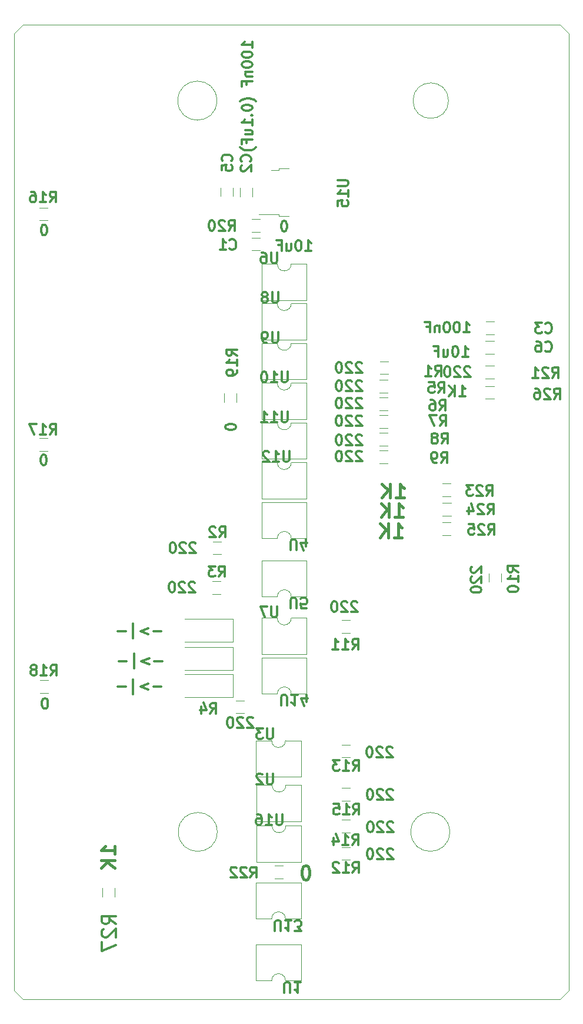
<source format=gbr>
G04 #@! TF.GenerationSoftware,KiCad,Pcbnew,(6.0.0-rc1-dev-347-gd8782b751)*
G04 #@! TF.CreationDate,2019-06-28T15:50:58+02:00*
G04 #@! TF.ProjectId,nano,6E616E6F2E6B696361645F7063620000,rev?*
G04 #@! TF.SameCoordinates,Original*
G04 #@! TF.FileFunction,Legend,Bot*
G04 #@! TF.FilePolarity,Positive*
%FSLAX46Y46*%
G04 Gerber Fmt 4.6, Leading zero omitted, Abs format (unit mm)*
G04 Created by KiCad (PCBNEW (6.0.0-rc1-dev-347-gd8782b751)) date 06/28/19 15:50:58*
%MOMM*%
%LPD*%
G01*
G04 APERTURE LIST*
%ADD10C,0.400000*%
%ADD11C,0.300000*%
%ADD12C,0.100000*%
%ADD13C,0.120000*%
G04 APERTURE END LIST*
D10*
X96027761Y-151209428D02*
X96027761Y-150066571D01*
X96027761Y-150638000D02*
X94027761Y-150638000D01*
X94313476Y-150447523D01*
X94503952Y-150257047D01*
X94599190Y-150066571D01*
X96027761Y-152066571D02*
X94027761Y-152066571D01*
X96027761Y-153209428D02*
X94884904Y-152352285D01*
X94027761Y-153209428D02*
X95170619Y-152066571D01*
D11*
X146006142Y-79672571D02*
X146863285Y-79672571D01*
X146434714Y-79672571D02*
X146434714Y-78172571D01*
X146577571Y-78386857D01*
X146720428Y-78529714D01*
X146863285Y-78601142D01*
X145077571Y-78172571D02*
X144934714Y-78172571D01*
X144791857Y-78244000D01*
X144720428Y-78315428D01*
X144649000Y-78458285D01*
X144577571Y-78744000D01*
X144577571Y-79101142D01*
X144649000Y-79386857D01*
X144720428Y-79529714D01*
X144791857Y-79601142D01*
X144934714Y-79672571D01*
X145077571Y-79672571D01*
X145220428Y-79601142D01*
X145291857Y-79529714D01*
X145363285Y-79386857D01*
X145434714Y-79101142D01*
X145434714Y-78744000D01*
X145363285Y-78458285D01*
X145291857Y-78315428D01*
X145220428Y-78244000D01*
X145077571Y-78172571D01*
X143291857Y-78672571D02*
X143291857Y-79672571D01*
X143934714Y-78672571D02*
X143934714Y-79458285D01*
X143863285Y-79601142D01*
X143720428Y-79672571D01*
X143506142Y-79672571D01*
X143363285Y-79601142D01*
X143291857Y-79529714D01*
X142077571Y-78886857D02*
X142577571Y-78886857D01*
X142577571Y-79672571D02*
X142577571Y-78172571D01*
X141863285Y-78172571D01*
D10*
X123585238Y-152874761D02*
X123394761Y-152874761D01*
X123204285Y-152970000D01*
X123109047Y-153065238D01*
X123013809Y-153255714D01*
X122918571Y-153636666D01*
X122918571Y-154112857D01*
X123013809Y-154493809D01*
X123109047Y-154684285D01*
X123204285Y-154779523D01*
X123394761Y-154874761D01*
X123585238Y-154874761D01*
X123775714Y-154779523D01*
X123870952Y-154684285D01*
X123966190Y-154493809D01*
X124061428Y-154112857D01*
X124061428Y-153636666D01*
X123966190Y-153255714D01*
X123870952Y-153065238D01*
X123775714Y-152970000D01*
X123585238Y-152874761D01*
D11*
X145609428Y-85387571D02*
X146466571Y-85387571D01*
X146038000Y-85387571D02*
X146038000Y-83887571D01*
X146180857Y-84101857D01*
X146323714Y-84244714D01*
X146466571Y-84316142D01*
X144966571Y-85387571D02*
X144966571Y-83887571D01*
X144109428Y-85387571D02*
X144752285Y-84530428D01*
X144109428Y-83887571D02*
X144966571Y-84744714D01*
D10*
X136191571Y-105679761D02*
X137334428Y-105679761D01*
X136763000Y-105679761D02*
X136763000Y-103679761D01*
X136953476Y-103965476D01*
X137143952Y-104155952D01*
X137334428Y-104251190D01*
X135334428Y-105679761D02*
X135334428Y-103679761D01*
X134191571Y-105679761D02*
X135048714Y-104536904D01*
X134191571Y-103679761D02*
X135334428Y-104822619D01*
X136318571Y-102784761D02*
X137461428Y-102784761D01*
X136890000Y-102784761D02*
X136890000Y-100784761D01*
X137080476Y-101070476D01*
X137270952Y-101260952D01*
X137461428Y-101356190D01*
X135461428Y-102784761D02*
X135461428Y-100784761D01*
X134318571Y-102784761D02*
X135175714Y-101641904D01*
X134318571Y-100784761D02*
X135461428Y-101927619D01*
X136468571Y-99984761D02*
X137611428Y-99984761D01*
X137040000Y-99984761D02*
X137040000Y-97984761D01*
X137230476Y-98270476D01*
X137420952Y-98460952D01*
X137611428Y-98556190D01*
X135611428Y-99984761D02*
X135611428Y-97984761D01*
X134468571Y-99984761D02*
X135325714Y-98841904D01*
X134468571Y-97984761D02*
X135611428Y-99127619D01*
D12*
X82804000Y-172085000D02*
X81534000Y-170815000D01*
X82804000Y-32004000D02*
X81534000Y-33274000D01*
X161353500Y-170815000D02*
X160083500Y-172085000D01*
X161353500Y-33210500D02*
X160083500Y-31940500D01*
D11*
X96425142Y-127146857D02*
X97568000Y-127146857D01*
X98639428Y-126075428D02*
X98639428Y-128218285D01*
X100853714Y-127575428D02*
X99710857Y-127146857D01*
X100853714Y-126718285D01*
X101568000Y-127146857D02*
X102710857Y-127146857D01*
X96552142Y-123463857D02*
X97695000Y-123463857D01*
X98766428Y-122392428D02*
X98766428Y-124535285D01*
X100980714Y-123892428D02*
X99837857Y-123463857D01*
X100980714Y-123035285D01*
X101695000Y-123463857D02*
X102837857Y-123463857D01*
X96425142Y-119145857D02*
X97568000Y-119145857D01*
X98639428Y-118074428D02*
X98639428Y-120217285D01*
X100853714Y-119574428D02*
X99710857Y-119145857D01*
X100853714Y-118717285D01*
X101568000Y-119145857D02*
X102710857Y-119145857D01*
D12*
X110746885Y-148021384D02*
G75*
G03X110746885Y-148021384I-2796885J0D01*
G01*
X144208500Y-148018500D02*
G75*
G03X144208500Y-148018500I-2794000J0D01*
G01*
X110692022Y-42874021D02*
G75*
G03X110692022Y-42874021I-2805522J0D01*
G01*
X144030668Y-42875168D02*
G75*
G03X144030668Y-42875168I-2552668J0D01*
G01*
X81534000Y-170815000D02*
X81534000Y-33274000D01*
X160083500Y-172085000D02*
X82804000Y-172085000D01*
X161353500Y-33210500D02*
X161353500Y-170815000D01*
X82804000Y-32004000D02*
X160083500Y-31940500D01*
D13*
G04 #@! TO.C,R27*
X94213000Y-157320064D02*
X94213000Y-156115936D01*
X96033000Y-157320064D02*
X96033000Y-156115936D01*
G04 #@! TO.C,C6*
X149376397Y-77449000D02*
X150580525Y-77449000D01*
X149376397Y-79269000D02*
X150580525Y-79269000D01*
G04 #@! TO.C,C5*
X113051000Y-55404936D02*
X113051000Y-56609064D01*
X111231000Y-55404936D02*
X111231000Y-56609064D01*
G04 #@! TO.C,R26*
X150580525Y-85726205D02*
X149376397Y-85726205D01*
X150580525Y-83906205D02*
X149376397Y-83906205D01*
G04 #@! TO.C,R25*
X144366064Y-105367500D02*
X143161936Y-105367500D01*
X144366064Y-103547500D02*
X143161936Y-103547500D01*
G04 #@! TO.C,R24*
X144393064Y-102573500D02*
X143188936Y-102573500D01*
X144393064Y-100753500D02*
X143188936Y-100753500D01*
G04 #@! TO.C,R23*
X144366064Y-99779500D02*
X143161936Y-99779500D01*
X144366064Y-97959500D02*
X143161936Y-97959500D01*
G04 #@! TO.C,U16*
X116399000Y-147133000D02*
X118634000Y-147133000D01*
X116399000Y-152333000D02*
X116399000Y-147133000D01*
X122869000Y-152333000D02*
X116399000Y-152333000D01*
X122869000Y-147133000D02*
X122869000Y-152333000D01*
X120634000Y-147133000D02*
X122869000Y-147133000D01*
X118634000Y-147133000D02*
G75*
G03X120634000Y-147133000I1000000J0D01*
G01*
G04 #@! TO.C,R22*
X119031936Y-152887000D02*
X120236064Y-152887000D01*
X119031936Y-154707000D02*
X120236064Y-154707000D01*
G04 #@! TO.C,S1JA-13-F3*
X112971270Y-125378648D02*
X106071270Y-125378648D01*
X112971270Y-128678648D02*
X106071270Y-128678648D01*
X112971270Y-125378648D02*
X112971270Y-128678648D01*
G04 #@! TO.C,S1JA-13-F2*
X112971270Y-117417648D02*
X106071270Y-117417648D01*
X112971270Y-120717648D02*
X106071270Y-120717648D01*
X112971270Y-117417648D02*
X112971270Y-120717648D01*
G04 #@! TO.C,R21*
X149376397Y-80985205D02*
X150580525Y-80985205D01*
X149376397Y-82805205D02*
X150580525Y-82805205D01*
G04 #@! TO.C,S1JA-13-F1*
X112971270Y-121481648D02*
X106071270Y-121481648D01*
X112971270Y-124781648D02*
X106071270Y-124781648D01*
X112971270Y-121481648D02*
X112971270Y-124781648D01*
G04 #@! TO.C,R20*
X115729936Y-59923000D02*
X116934064Y-59923000D01*
X115729936Y-61743000D02*
X116934064Y-61743000D01*
G04 #@! TO.C,R19*
X111739000Y-86200064D02*
X111739000Y-84995936D01*
X113559000Y-86200064D02*
X113559000Y-84995936D01*
G04 #@! TO.C,R18*
X86454064Y-128037000D02*
X85249936Y-128037000D01*
X86454064Y-126217000D02*
X85249936Y-126217000D01*
G04 #@! TO.C,R17*
X86327064Y-93239000D02*
X85122936Y-93239000D01*
X86327064Y-91419000D02*
X85122936Y-91419000D01*
G04 #@! TO.C,R16*
X86327064Y-60092000D02*
X85122936Y-60092000D01*
X86327064Y-58272000D02*
X85122936Y-58272000D01*
G04 #@! TO.C,R12*
X128683936Y-150220000D02*
X129888064Y-150220000D01*
X128683936Y-152040000D02*
X129888064Y-152040000D01*
G04 #@! TO.C,U14*
X123631000Y-128178611D02*
X121396000Y-128178611D01*
X123631000Y-122978611D02*
X123631000Y-128178611D01*
X117161000Y-122978611D02*
X123631000Y-122978611D01*
X117161000Y-128178611D02*
X117161000Y-122978611D01*
X119396000Y-128178611D02*
X117161000Y-128178611D01*
X121396000Y-128178611D02*
G75*
G03X119396000Y-128178611I-1000000J0D01*
G01*
G04 #@! TO.C,U13*
X122805500Y-160524500D02*
X120570500Y-160524500D01*
X122805500Y-155324500D02*
X122805500Y-160524500D01*
X116335500Y-155324500D02*
X122805500Y-155324500D01*
X116335500Y-160524500D02*
X116335500Y-155324500D01*
X118570500Y-160524500D02*
X116335500Y-160524500D01*
X120570500Y-160524500D02*
G75*
G03X118570500Y-160524500I-1000000J0D01*
G01*
G04 #@! TO.C,U12*
X117161000Y-94911611D02*
X119396000Y-94911611D01*
X117161000Y-100111611D02*
X117161000Y-94911611D01*
X123631000Y-100111611D02*
X117161000Y-100111611D01*
X123631000Y-94911611D02*
X123631000Y-100111611D01*
X121396000Y-94911611D02*
X123631000Y-94911611D01*
X119396000Y-94911611D02*
G75*
G03X121396000Y-94911611I1000000J0D01*
G01*
G04 #@! TO.C,U11*
X117161000Y-89196611D02*
X119396000Y-89196611D01*
X117161000Y-94396611D02*
X117161000Y-89196611D01*
X123631000Y-94396611D02*
X117161000Y-94396611D01*
X123631000Y-89196611D02*
X123631000Y-94396611D01*
X121396000Y-89196611D02*
X123631000Y-89196611D01*
X119396000Y-89196611D02*
G75*
G03X121396000Y-89196611I1000000J0D01*
G01*
G04 #@! TO.C,U10*
X117161000Y-83481611D02*
X119396000Y-83481611D01*
X117161000Y-88681611D02*
X117161000Y-83481611D01*
X123631000Y-88681611D02*
X117161000Y-88681611D01*
X123631000Y-83481611D02*
X123631000Y-88681611D01*
X121396000Y-83481611D02*
X123631000Y-83481611D01*
X119396000Y-83481611D02*
G75*
G03X121396000Y-83481611I1000000J0D01*
G01*
G04 #@! TO.C,U9*
X117161000Y-77766611D02*
X119396000Y-77766611D01*
X117161000Y-82966611D02*
X117161000Y-77766611D01*
X123631000Y-82966611D02*
X117161000Y-82966611D01*
X123631000Y-77766611D02*
X123631000Y-82966611D01*
X121396000Y-77766611D02*
X123631000Y-77766611D01*
X119396000Y-77766611D02*
G75*
G03X121396000Y-77766611I1000000J0D01*
G01*
G04 #@! TO.C,U8*
X117161000Y-72051611D02*
X119396000Y-72051611D01*
X117161000Y-77251611D02*
X117161000Y-72051611D01*
X123631000Y-77251611D02*
X117161000Y-77251611D01*
X123631000Y-72051611D02*
X123631000Y-77251611D01*
X121396000Y-72051611D02*
X123631000Y-72051611D01*
X119396000Y-72051611D02*
G75*
G03X121396000Y-72051611I1000000J0D01*
G01*
G04 #@! TO.C,U7*
X117161000Y-117263611D02*
X119396000Y-117263611D01*
X117161000Y-122463611D02*
X117161000Y-117263611D01*
X123631000Y-122463611D02*
X117161000Y-122463611D01*
X123631000Y-117263611D02*
X123631000Y-122463611D01*
X121396000Y-117263611D02*
X123631000Y-117263611D01*
X119396000Y-117263611D02*
G75*
G03X121396000Y-117263611I1000000J0D01*
G01*
G04 #@! TO.C,U6*
X117161000Y-66361000D02*
X119396000Y-66361000D01*
X117161000Y-71561000D02*
X117161000Y-66361000D01*
X123631000Y-71561000D02*
X117161000Y-71561000D01*
X123631000Y-66361000D02*
X123631000Y-71561000D01*
X121396000Y-66361000D02*
X123631000Y-66361000D01*
X119396000Y-66361000D02*
G75*
G03X121396000Y-66361000I1000000J0D01*
G01*
G04 #@! TO.C,U5*
X123631000Y-114208611D02*
X121396000Y-114208611D01*
X123631000Y-109008611D02*
X123631000Y-114208611D01*
X117161000Y-109008611D02*
X123631000Y-109008611D01*
X117161000Y-114208611D02*
X117161000Y-109008611D01*
X119396000Y-114208611D02*
X117161000Y-114208611D01*
X121396000Y-114208611D02*
G75*
G03X119396000Y-114208611I-1000000J0D01*
G01*
G04 #@! TO.C,U4*
X123631000Y-105826611D02*
X121396000Y-105826611D01*
X123631000Y-100626611D02*
X123631000Y-105826611D01*
X117161000Y-100626611D02*
X123631000Y-100626611D01*
X117161000Y-105826611D02*
X117161000Y-100626611D01*
X119396000Y-105826611D02*
X117161000Y-105826611D01*
X121396000Y-105826611D02*
G75*
G03X119396000Y-105826611I-1000000J0D01*
G01*
G04 #@! TO.C,U3*
X116335500Y-134877500D02*
X118570500Y-134877500D01*
X116335500Y-140077500D02*
X116335500Y-134877500D01*
X122805500Y-140077500D02*
X116335500Y-140077500D01*
X122805500Y-134877500D02*
X122805500Y-140077500D01*
X120570500Y-134877500D02*
X122805500Y-134877500D01*
X118570500Y-134877500D02*
G75*
G03X120570500Y-134877500I1000000J0D01*
G01*
G04 #@! TO.C,U2*
X116399000Y-141291000D02*
X118634000Y-141291000D01*
X116399000Y-146491000D02*
X116399000Y-141291000D01*
X122869000Y-146491000D02*
X116399000Y-146491000D01*
X122869000Y-141291000D02*
X122869000Y-146491000D01*
X120634000Y-141291000D02*
X122869000Y-141291000D01*
X118634000Y-141291000D02*
G75*
G03X120634000Y-141291000I1000000J0D01*
G01*
G04 #@! TO.C,U1*
X122805500Y-169414500D02*
X120570500Y-169414500D01*
X122805500Y-164214500D02*
X122805500Y-169414500D01*
X116335500Y-164214500D02*
X122805500Y-164214500D01*
X116335500Y-169414500D02*
X116335500Y-164214500D01*
X118570500Y-169414500D02*
X116335500Y-169414500D01*
X120570500Y-169414500D02*
G75*
G03X118570500Y-169414500I-1000000J0D01*
G01*
G04 #@! TO.C,U15*
X119577000Y-52878548D02*
X118477000Y-52878548D01*
X119577000Y-52608548D02*
X119577000Y-52878548D01*
X121077000Y-52608548D02*
X119577000Y-52608548D01*
X119577000Y-59238548D02*
X116747000Y-59238548D01*
X119577000Y-59508548D02*
X119577000Y-59238548D01*
X121077000Y-59508548D02*
X119577000Y-59508548D01*
G04 #@! TO.C,R15*
X128683936Y-141711000D02*
X129888064Y-141711000D01*
X128683936Y-143531000D02*
X129888064Y-143531000D01*
G04 #@! TO.C,R14*
X128683936Y-146283000D02*
X129888064Y-146283000D01*
X128683936Y-148103000D02*
X129888064Y-148103000D01*
G04 #@! TO.C,R13*
X128683936Y-135488000D02*
X129888064Y-135488000D01*
X128683936Y-137308000D02*
X129888064Y-137308000D01*
G04 #@! TO.C,R11*
X128683936Y-117581000D02*
X129888064Y-117581000D01*
X128683936Y-119401000D02*
X129888064Y-119401000D01*
G04 #@! TO.C,R10*
X149839000Y-112071564D02*
X149839000Y-110867436D01*
X151659000Y-112071564D02*
X151659000Y-110867436D01*
G04 #@! TO.C,R9*
X134087272Y-93194002D02*
X135291400Y-93194002D01*
X134087272Y-95014002D02*
X135291400Y-95014002D01*
G04 #@! TO.C,R8*
X134087272Y-90654002D02*
X135291400Y-90654002D01*
X134087272Y-92474002D02*
X135291400Y-92474002D01*
G04 #@! TO.C,R7*
X134087272Y-88114002D02*
X135291400Y-88114002D01*
X134087272Y-89934002D02*
X135291400Y-89934002D01*
G04 #@! TO.C,R6*
X134087272Y-85574002D02*
X135291400Y-85574002D01*
X134087272Y-87394002D02*
X135291400Y-87394002D01*
G04 #@! TO.C,R5*
X134087272Y-83034002D02*
X135291400Y-83034002D01*
X134087272Y-84854002D02*
X135291400Y-84854002D01*
G04 #@! TO.C,R4*
X114648064Y-130958000D02*
X113443936Y-130958000D01*
X114648064Y-129138000D02*
X113443936Y-129138000D01*
G04 #@! TO.C,R3*
X111219064Y-113813000D02*
X110014936Y-113813000D01*
X111219064Y-111993000D02*
X110014936Y-111993000D01*
G04 #@! TO.C,R2*
X111346064Y-108098000D02*
X110141936Y-108098000D01*
X111346064Y-106278000D02*
X110141936Y-106278000D01*
G04 #@! TO.C,C3*
X149384936Y-74655000D02*
X150589064Y-74655000D01*
X149384936Y-76475000D02*
X150589064Y-76475000D01*
G04 #@! TO.C,C2*
X115845000Y-55456484D02*
X115845000Y-56660612D01*
X114025000Y-55456484D02*
X114025000Y-56660612D01*
G04 #@! TO.C,C1*
X116934064Y-64410000D02*
X115729936Y-64410000D01*
X116934064Y-62590000D02*
X115729936Y-62590000D01*
G04 #@! TO.C,R1*
X134144936Y-82211391D02*
X135349064Y-82211391D01*
X134144936Y-80391391D02*
X135349064Y-80391391D01*
G04 #@! TD*
G04 #@! TO.C,R27*
D11*
X96154761Y-161274285D02*
X95202380Y-160607619D01*
X96154761Y-160131428D02*
X94154761Y-160131428D01*
X94154761Y-160893333D01*
X94250000Y-161083809D01*
X94345238Y-161179047D01*
X94535714Y-161274285D01*
X94821428Y-161274285D01*
X95011904Y-161179047D01*
X95107142Y-161083809D01*
X95202380Y-160893333D01*
X95202380Y-160131428D01*
X94345238Y-162036190D02*
X94250000Y-162131428D01*
X94154761Y-162321904D01*
X94154761Y-162798095D01*
X94250000Y-162988571D01*
X94345238Y-163083809D01*
X94535714Y-163179047D01*
X94726190Y-163179047D01*
X95011904Y-163083809D01*
X96154761Y-161940952D01*
X96154761Y-163179047D01*
X94154761Y-163845714D02*
X94154761Y-165179047D01*
X96154761Y-164321904D01*
G04 #@! TO.C,C6*
X157984000Y-78851009D02*
X158055428Y-78922437D01*
X158269714Y-78993866D01*
X158412571Y-78993866D01*
X158626857Y-78922437D01*
X158769714Y-78779580D01*
X158841142Y-78636723D01*
X158912571Y-78351009D01*
X158912571Y-78136723D01*
X158841142Y-77851009D01*
X158769714Y-77708152D01*
X158626857Y-77565295D01*
X158412571Y-77493866D01*
X158269714Y-77493866D01*
X158055428Y-77565295D01*
X157984000Y-77636723D01*
X156698285Y-77493866D02*
X156984000Y-77493866D01*
X157126857Y-77565295D01*
X157198285Y-77636723D01*
X157341142Y-77851009D01*
X157412571Y-78136723D01*
X157412571Y-78708152D01*
X157341142Y-78851009D01*
X157269714Y-78922437D01*
X157126857Y-78993866D01*
X156841142Y-78993866D01*
X156698285Y-78922437D01*
X156626857Y-78851009D01*
X156555428Y-78708152D01*
X156555428Y-78351009D01*
X156626857Y-78208152D01*
X156698285Y-78136723D01*
X156841142Y-78065295D01*
X157126857Y-78065295D01*
X157269714Y-78136723D01*
X157341142Y-78208152D01*
X157412571Y-78351009D01*
G04 #@! TO.C,C5*
X112745714Y-51560000D02*
X112817142Y-51488571D01*
X112888571Y-51274285D01*
X112888571Y-51131428D01*
X112817142Y-50917142D01*
X112674285Y-50774285D01*
X112531428Y-50702857D01*
X112245714Y-50631428D01*
X112031428Y-50631428D01*
X111745714Y-50702857D01*
X111602857Y-50774285D01*
X111460000Y-50917142D01*
X111388571Y-51131428D01*
X111388571Y-51274285D01*
X111460000Y-51488571D01*
X111531428Y-51560000D01*
X111388571Y-52917142D02*
X111388571Y-52202857D01*
X112102857Y-52131428D01*
X112031428Y-52202857D01*
X111960000Y-52345714D01*
X111960000Y-52702857D01*
X112031428Y-52845714D01*
X112102857Y-52917142D01*
X112245714Y-52988571D01*
X112602857Y-52988571D01*
X112745714Y-52917142D01*
X112817142Y-52845714D01*
X112888571Y-52702857D01*
X112888571Y-52345714D01*
X112817142Y-52202857D01*
X112745714Y-52131428D01*
G04 #@! TO.C,R26*
X159206285Y-85768571D02*
X159706285Y-85054285D01*
X160063428Y-85768571D02*
X160063428Y-84268571D01*
X159492000Y-84268571D01*
X159349142Y-84340000D01*
X159277714Y-84411428D01*
X159206285Y-84554285D01*
X159206285Y-84768571D01*
X159277714Y-84911428D01*
X159349142Y-84982857D01*
X159492000Y-85054285D01*
X160063428Y-85054285D01*
X158634857Y-84411428D02*
X158563428Y-84340000D01*
X158420571Y-84268571D01*
X158063428Y-84268571D01*
X157920571Y-84340000D01*
X157849142Y-84411428D01*
X157777714Y-84554285D01*
X157777714Y-84697142D01*
X157849142Y-84911428D01*
X158706285Y-85768571D01*
X157777714Y-85768571D01*
X156492000Y-84268571D02*
X156777714Y-84268571D01*
X156920571Y-84340000D01*
X156992000Y-84411428D01*
X157134857Y-84625714D01*
X157206285Y-84911428D01*
X157206285Y-85482857D01*
X157134857Y-85625714D01*
X157063428Y-85697142D01*
X156920571Y-85768571D01*
X156634857Y-85768571D01*
X156492000Y-85697142D01*
X156420571Y-85625714D01*
X156349142Y-85482857D01*
X156349142Y-85125714D01*
X156420571Y-84982857D01*
X156492000Y-84911428D01*
X156634857Y-84840000D01*
X156920571Y-84840000D01*
X157063428Y-84911428D01*
X157134857Y-84982857D01*
X157206285Y-85125714D01*
G04 #@! TO.C,R25*
X149734285Y-105268571D02*
X150234285Y-104554285D01*
X150591428Y-105268571D02*
X150591428Y-103768571D01*
X150020000Y-103768571D01*
X149877142Y-103840000D01*
X149805714Y-103911428D01*
X149734285Y-104054285D01*
X149734285Y-104268571D01*
X149805714Y-104411428D01*
X149877142Y-104482857D01*
X150020000Y-104554285D01*
X150591428Y-104554285D01*
X149162857Y-103911428D02*
X149091428Y-103840000D01*
X148948571Y-103768571D01*
X148591428Y-103768571D01*
X148448571Y-103840000D01*
X148377142Y-103911428D01*
X148305714Y-104054285D01*
X148305714Y-104197142D01*
X148377142Y-104411428D01*
X149234285Y-105268571D01*
X148305714Y-105268571D01*
X146948571Y-103768571D02*
X147662857Y-103768571D01*
X147734285Y-104482857D01*
X147662857Y-104411428D01*
X147520000Y-104340000D01*
X147162857Y-104340000D01*
X147020000Y-104411428D01*
X146948571Y-104482857D01*
X146877142Y-104625714D01*
X146877142Y-104982857D01*
X146948571Y-105125714D01*
X147020000Y-105197142D01*
X147162857Y-105268571D01*
X147520000Y-105268571D01*
X147662857Y-105197142D01*
X147734285Y-105125714D01*
G04 #@! TO.C,R24*
X149664285Y-102358571D02*
X150164285Y-101644285D01*
X150521428Y-102358571D02*
X150521428Y-100858571D01*
X149950000Y-100858571D01*
X149807142Y-100930000D01*
X149735714Y-101001428D01*
X149664285Y-101144285D01*
X149664285Y-101358571D01*
X149735714Y-101501428D01*
X149807142Y-101572857D01*
X149950000Y-101644285D01*
X150521428Y-101644285D01*
X149092857Y-101001428D02*
X149021428Y-100930000D01*
X148878571Y-100858571D01*
X148521428Y-100858571D01*
X148378571Y-100930000D01*
X148307142Y-101001428D01*
X148235714Y-101144285D01*
X148235714Y-101287142D01*
X148307142Y-101501428D01*
X149164285Y-102358571D01*
X148235714Y-102358571D01*
X146950000Y-101358571D02*
X146950000Y-102358571D01*
X147307142Y-100787142D02*
X147664285Y-101858571D01*
X146735714Y-101858571D01*
G04 #@! TO.C,R23*
X149474285Y-99678571D02*
X149974285Y-98964285D01*
X150331428Y-99678571D02*
X150331428Y-98178571D01*
X149760000Y-98178571D01*
X149617142Y-98250000D01*
X149545714Y-98321428D01*
X149474285Y-98464285D01*
X149474285Y-98678571D01*
X149545714Y-98821428D01*
X149617142Y-98892857D01*
X149760000Y-98964285D01*
X150331428Y-98964285D01*
X148902857Y-98321428D02*
X148831428Y-98250000D01*
X148688571Y-98178571D01*
X148331428Y-98178571D01*
X148188571Y-98250000D01*
X148117142Y-98321428D01*
X148045714Y-98464285D01*
X148045714Y-98607142D01*
X148117142Y-98821428D01*
X148974285Y-99678571D01*
X148045714Y-99678571D01*
X147545714Y-98178571D02*
X146617142Y-98178571D01*
X147117142Y-98750000D01*
X146902857Y-98750000D01*
X146760000Y-98821428D01*
X146688571Y-98892857D01*
X146617142Y-99035714D01*
X146617142Y-99392857D01*
X146688571Y-99535714D01*
X146760000Y-99607142D01*
X146902857Y-99678571D01*
X147331428Y-99678571D01*
X147474285Y-99607142D01*
X147545714Y-99535714D01*
G04 #@! TO.C,U16*
X120094142Y-145482571D02*
X120094142Y-146696857D01*
X120022714Y-146839714D01*
X119951285Y-146911142D01*
X119808428Y-146982571D01*
X119522714Y-146982571D01*
X119379857Y-146911142D01*
X119308428Y-146839714D01*
X119237000Y-146696857D01*
X119237000Y-145482571D01*
X117737000Y-146982571D02*
X118594142Y-146982571D01*
X118165571Y-146982571D02*
X118165571Y-145482571D01*
X118308428Y-145696857D01*
X118451285Y-145839714D01*
X118594142Y-145911142D01*
X116451285Y-145482571D02*
X116737000Y-145482571D01*
X116879857Y-145554000D01*
X116951285Y-145625428D01*
X117094142Y-145839714D01*
X117165571Y-146125428D01*
X117165571Y-146696857D01*
X117094142Y-146839714D01*
X117022714Y-146911142D01*
X116879857Y-146982571D01*
X116594142Y-146982571D01*
X116451285Y-146911142D01*
X116379857Y-146839714D01*
X116308428Y-146696857D01*
X116308428Y-146339714D01*
X116379857Y-146196857D01*
X116451285Y-146125428D01*
X116594142Y-146054000D01*
X116879857Y-146054000D01*
X117022714Y-146125428D01*
X117094142Y-146196857D01*
X117165571Y-146339714D01*
G04 #@! TO.C,R22*
X115504285Y-154588571D02*
X116004285Y-153874285D01*
X116361428Y-154588571D02*
X116361428Y-153088571D01*
X115790000Y-153088571D01*
X115647142Y-153160000D01*
X115575714Y-153231428D01*
X115504285Y-153374285D01*
X115504285Y-153588571D01*
X115575714Y-153731428D01*
X115647142Y-153802857D01*
X115790000Y-153874285D01*
X116361428Y-153874285D01*
X114932857Y-153231428D02*
X114861428Y-153160000D01*
X114718571Y-153088571D01*
X114361428Y-153088571D01*
X114218571Y-153160000D01*
X114147142Y-153231428D01*
X114075714Y-153374285D01*
X114075714Y-153517142D01*
X114147142Y-153731428D01*
X115004285Y-154588571D01*
X114075714Y-154588571D01*
X113504285Y-153231428D02*
X113432857Y-153160000D01*
X113290000Y-153088571D01*
X112932857Y-153088571D01*
X112790000Y-153160000D01*
X112718571Y-153231428D01*
X112647142Y-153374285D01*
X112647142Y-153517142D01*
X112718571Y-153731428D01*
X113575714Y-154588571D01*
X112647142Y-154588571D01*
G04 #@! TO.C,R21*
X158952285Y-82720571D02*
X159452285Y-82006285D01*
X159809428Y-82720571D02*
X159809428Y-81220571D01*
X159238000Y-81220571D01*
X159095142Y-81292000D01*
X159023714Y-81363428D01*
X158952285Y-81506285D01*
X158952285Y-81720571D01*
X159023714Y-81863428D01*
X159095142Y-81934857D01*
X159238000Y-82006285D01*
X159809428Y-82006285D01*
X158380857Y-81363428D02*
X158309428Y-81292000D01*
X158166571Y-81220571D01*
X157809428Y-81220571D01*
X157666571Y-81292000D01*
X157595142Y-81363428D01*
X157523714Y-81506285D01*
X157523714Y-81649142D01*
X157595142Y-81863428D01*
X158452285Y-82720571D01*
X157523714Y-82720571D01*
X156095142Y-82720571D02*
X156952285Y-82720571D01*
X156523714Y-82720571D02*
X156523714Y-81220571D01*
X156666571Y-81434857D01*
X156809428Y-81577714D01*
X156952285Y-81649142D01*
X147145142Y-81236428D02*
X147073714Y-81165000D01*
X146930857Y-81093571D01*
X146573714Y-81093571D01*
X146430857Y-81165000D01*
X146359428Y-81236428D01*
X146288000Y-81379285D01*
X146288000Y-81522142D01*
X146359428Y-81736428D01*
X147216571Y-82593571D01*
X146288000Y-82593571D01*
X145716571Y-81236428D02*
X145645142Y-81165000D01*
X145502285Y-81093571D01*
X145145142Y-81093571D01*
X145002285Y-81165000D01*
X144930857Y-81236428D01*
X144859428Y-81379285D01*
X144859428Y-81522142D01*
X144930857Y-81736428D01*
X145788000Y-82593571D01*
X144859428Y-82593571D01*
X143930857Y-81093571D02*
X143788000Y-81093571D01*
X143645142Y-81165000D01*
X143573714Y-81236428D01*
X143502285Y-81379285D01*
X143430857Y-81665000D01*
X143430857Y-82022142D01*
X143502285Y-82307857D01*
X143573714Y-82450714D01*
X143645142Y-82522142D01*
X143788000Y-82593571D01*
X143930857Y-82593571D01*
X144073714Y-82522142D01*
X144145142Y-82450714D01*
X144216571Y-82307857D01*
X144288000Y-82022142D01*
X144288000Y-81665000D01*
X144216571Y-81379285D01*
X144145142Y-81236428D01*
X144073714Y-81165000D01*
X143930857Y-81093571D01*
G04 #@! TO.C,R20*
X112384285Y-61578571D02*
X112884285Y-60864285D01*
X113241428Y-61578571D02*
X113241428Y-60078571D01*
X112670000Y-60078571D01*
X112527142Y-60150000D01*
X112455714Y-60221428D01*
X112384285Y-60364285D01*
X112384285Y-60578571D01*
X112455714Y-60721428D01*
X112527142Y-60792857D01*
X112670000Y-60864285D01*
X113241428Y-60864285D01*
X111812857Y-60221428D02*
X111741428Y-60150000D01*
X111598571Y-60078571D01*
X111241428Y-60078571D01*
X111098571Y-60150000D01*
X111027142Y-60221428D01*
X110955714Y-60364285D01*
X110955714Y-60507142D01*
X111027142Y-60721428D01*
X111884285Y-61578571D01*
X110955714Y-61578571D01*
X110027142Y-60078571D02*
X109884285Y-60078571D01*
X109741428Y-60150000D01*
X109670000Y-60221428D01*
X109598571Y-60364285D01*
X109527142Y-60650000D01*
X109527142Y-61007142D01*
X109598571Y-61292857D01*
X109670000Y-61435714D01*
X109741428Y-61507142D01*
X109884285Y-61578571D01*
X110027142Y-61578571D01*
X110170000Y-61507142D01*
X110241428Y-61435714D01*
X110312857Y-61292857D01*
X110384285Y-61007142D01*
X110384285Y-60650000D01*
X110312857Y-60364285D01*
X110241428Y-60221428D01*
X110170000Y-60150000D01*
X110027142Y-60078571D01*
X120451428Y-60168571D02*
X120308571Y-60168571D01*
X120165714Y-60240000D01*
X120094285Y-60311428D01*
X120022857Y-60454285D01*
X119951428Y-60740000D01*
X119951428Y-61097142D01*
X120022857Y-61382857D01*
X120094285Y-61525714D01*
X120165714Y-61597142D01*
X120308571Y-61668571D01*
X120451428Y-61668571D01*
X120594285Y-61597142D01*
X120665714Y-61525714D01*
X120737142Y-61382857D01*
X120808571Y-61097142D01*
X120808571Y-60740000D01*
X120737142Y-60454285D01*
X120665714Y-60311428D01*
X120594285Y-60240000D01*
X120451428Y-60168571D01*
G04 #@! TO.C,R19*
X113581571Y-79553714D02*
X112867285Y-79053714D01*
X113581571Y-78696571D02*
X112081571Y-78696571D01*
X112081571Y-79268000D01*
X112153000Y-79410857D01*
X112224428Y-79482285D01*
X112367285Y-79553714D01*
X112581571Y-79553714D01*
X112724428Y-79482285D01*
X112795857Y-79410857D01*
X112867285Y-79268000D01*
X112867285Y-78696571D01*
X113581571Y-80982285D02*
X113581571Y-80125142D01*
X113581571Y-80553714D02*
X112081571Y-80553714D01*
X112295857Y-80410857D01*
X112438714Y-80268000D01*
X112510142Y-80125142D01*
X113581571Y-81696571D02*
X113581571Y-81982285D01*
X113510142Y-82125142D01*
X113438714Y-82196571D01*
X113224428Y-82339428D01*
X112938714Y-82410857D01*
X112367285Y-82410857D01*
X112224428Y-82339428D01*
X112153000Y-82268000D01*
X112081571Y-82125142D01*
X112081571Y-81839428D01*
X112153000Y-81696571D01*
X112224428Y-81625142D01*
X112367285Y-81553714D01*
X112724428Y-81553714D01*
X112867285Y-81625142D01*
X112938714Y-81696571D01*
X113010142Y-81839428D01*
X113010142Y-82125142D01*
X112938714Y-82268000D01*
X112867285Y-82339428D01*
X112724428Y-82410857D01*
X111954571Y-89717571D02*
X111954571Y-89860428D01*
X112026000Y-90003285D01*
X112097428Y-90074714D01*
X112240285Y-90146142D01*
X112526000Y-90217571D01*
X112883142Y-90217571D01*
X113168857Y-90146142D01*
X113311714Y-90074714D01*
X113383142Y-90003285D01*
X113454571Y-89860428D01*
X113454571Y-89717571D01*
X113383142Y-89574714D01*
X113311714Y-89503285D01*
X113168857Y-89431857D01*
X112883142Y-89360428D01*
X112526000Y-89360428D01*
X112240285Y-89431857D01*
X112097428Y-89503285D01*
X112026000Y-89574714D01*
X111954571Y-89717571D01*
G04 #@! TO.C,R18*
X86774285Y-125528571D02*
X87274285Y-124814285D01*
X87631428Y-125528571D02*
X87631428Y-124028571D01*
X87060000Y-124028571D01*
X86917142Y-124100000D01*
X86845714Y-124171428D01*
X86774285Y-124314285D01*
X86774285Y-124528571D01*
X86845714Y-124671428D01*
X86917142Y-124742857D01*
X87060000Y-124814285D01*
X87631428Y-124814285D01*
X85345714Y-125528571D02*
X86202857Y-125528571D01*
X85774285Y-125528571D02*
X85774285Y-124028571D01*
X85917142Y-124242857D01*
X86060000Y-124385714D01*
X86202857Y-124457142D01*
X84488571Y-124671428D02*
X84631428Y-124600000D01*
X84702857Y-124528571D01*
X84774285Y-124385714D01*
X84774285Y-124314285D01*
X84702857Y-124171428D01*
X84631428Y-124100000D01*
X84488571Y-124028571D01*
X84202857Y-124028571D01*
X84060000Y-124100000D01*
X83988571Y-124171428D01*
X83917142Y-124314285D01*
X83917142Y-124385714D01*
X83988571Y-124528571D01*
X84060000Y-124600000D01*
X84202857Y-124671428D01*
X84488571Y-124671428D01*
X84631428Y-124742857D01*
X84702857Y-124814285D01*
X84774285Y-124957142D01*
X84774285Y-125242857D01*
X84702857Y-125385714D01*
X84631428Y-125457142D01*
X84488571Y-125528571D01*
X84202857Y-125528571D01*
X84060000Y-125457142D01*
X83988571Y-125385714D01*
X83917142Y-125242857D01*
X83917142Y-124957142D01*
X83988571Y-124814285D01*
X84060000Y-124742857D01*
X84202857Y-124671428D01*
X86021428Y-128798571D02*
X85878571Y-128798571D01*
X85735714Y-128870000D01*
X85664285Y-128941428D01*
X85592857Y-129084285D01*
X85521428Y-129370000D01*
X85521428Y-129727142D01*
X85592857Y-130012857D01*
X85664285Y-130155714D01*
X85735714Y-130227142D01*
X85878571Y-130298571D01*
X86021428Y-130298571D01*
X86164285Y-130227142D01*
X86235714Y-130155714D01*
X86307142Y-130012857D01*
X86378571Y-129727142D01*
X86378571Y-129370000D01*
X86307142Y-129084285D01*
X86235714Y-128941428D01*
X86164285Y-128870000D01*
X86021428Y-128798571D01*
G04 #@! TO.C,R17*
X86684285Y-90848571D02*
X87184285Y-90134285D01*
X87541428Y-90848571D02*
X87541428Y-89348571D01*
X86970000Y-89348571D01*
X86827142Y-89420000D01*
X86755714Y-89491428D01*
X86684285Y-89634285D01*
X86684285Y-89848571D01*
X86755714Y-89991428D01*
X86827142Y-90062857D01*
X86970000Y-90134285D01*
X87541428Y-90134285D01*
X85255714Y-90848571D02*
X86112857Y-90848571D01*
X85684285Y-90848571D02*
X85684285Y-89348571D01*
X85827142Y-89562857D01*
X85970000Y-89705714D01*
X86112857Y-89777142D01*
X84755714Y-89348571D02*
X83755714Y-89348571D01*
X84398571Y-90848571D01*
X85841428Y-93808571D02*
X85698571Y-93808571D01*
X85555714Y-93880000D01*
X85484285Y-93951428D01*
X85412857Y-94094285D01*
X85341428Y-94380000D01*
X85341428Y-94737142D01*
X85412857Y-95022857D01*
X85484285Y-95165714D01*
X85555714Y-95237142D01*
X85698571Y-95308571D01*
X85841428Y-95308571D01*
X85984285Y-95237142D01*
X86055714Y-95165714D01*
X86127142Y-95022857D01*
X86198571Y-94737142D01*
X86198571Y-94380000D01*
X86127142Y-94094285D01*
X86055714Y-93951428D01*
X85984285Y-93880000D01*
X85841428Y-93808571D01*
G04 #@! TO.C,R16*
X86654285Y-57478571D02*
X87154285Y-56764285D01*
X87511428Y-57478571D02*
X87511428Y-55978571D01*
X86940000Y-55978571D01*
X86797142Y-56050000D01*
X86725714Y-56121428D01*
X86654285Y-56264285D01*
X86654285Y-56478571D01*
X86725714Y-56621428D01*
X86797142Y-56692857D01*
X86940000Y-56764285D01*
X87511428Y-56764285D01*
X85225714Y-57478571D02*
X86082857Y-57478571D01*
X85654285Y-57478571D02*
X85654285Y-55978571D01*
X85797142Y-56192857D01*
X85940000Y-56335714D01*
X86082857Y-56407142D01*
X83940000Y-55978571D02*
X84225714Y-55978571D01*
X84368571Y-56050000D01*
X84440000Y-56121428D01*
X84582857Y-56335714D01*
X84654285Y-56621428D01*
X84654285Y-57192857D01*
X84582857Y-57335714D01*
X84511428Y-57407142D01*
X84368571Y-57478571D01*
X84082857Y-57478571D01*
X83940000Y-57407142D01*
X83868571Y-57335714D01*
X83797142Y-57192857D01*
X83797142Y-56835714D01*
X83868571Y-56692857D01*
X83940000Y-56621428D01*
X84082857Y-56550000D01*
X84368571Y-56550000D01*
X84511428Y-56621428D01*
X84582857Y-56692857D01*
X84654285Y-56835714D01*
X85901428Y-60718571D02*
X85758571Y-60718571D01*
X85615714Y-60790000D01*
X85544285Y-60861428D01*
X85472857Y-61004285D01*
X85401428Y-61290000D01*
X85401428Y-61647142D01*
X85472857Y-61932857D01*
X85544285Y-62075714D01*
X85615714Y-62147142D01*
X85758571Y-62218571D01*
X85901428Y-62218571D01*
X86044285Y-62147142D01*
X86115714Y-62075714D01*
X86187142Y-61932857D01*
X86258571Y-61647142D01*
X86258571Y-61290000D01*
X86187142Y-61004285D01*
X86115714Y-60861428D01*
X86044285Y-60790000D01*
X85901428Y-60718571D01*
G04 #@! TO.C,R12*
X130234285Y-153888571D02*
X130734285Y-153174285D01*
X131091428Y-153888571D02*
X131091428Y-152388571D01*
X130520000Y-152388571D01*
X130377142Y-152460000D01*
X130305714Y-152531428D01*
X130234285Y-152674285D01*
X130234285Y-152888571D01*
X130305714Y-153031428D01*
X130377142Y-153102857D01*
X130520000Y-153174285D01*
X131091428Y-153174285D01*
X128805714Y-153888571D02*
X129662857Y-153888571D01*
X129234285Y-153888571D02*
X129234285Y-152388571D01*
X129377142Y-152602857D01*
X129520000Y-152745714D01*
X129662857Y-152817142D01*
X128234285Y-152531428D02*
X128162857Y-152460000D01*
X128020000Y-152388571D01*
X127662857Y-152388571D01*
X127520000Y-152460000D01*
X127448571Y-152531428D01*
X127377142Y-152674285D01*
X127377142Y-152817142D01*
X127448571Y-153031428D01*
X128305714Y-153888571D01*
X127377142Y-153888571D01*
X136027142Y-150551428D02*
X135955714Y-150480000D01*
X135812857Y-150408571D01*
X135455714Y-150408571D01*
X135312857Y-150480000D01*
X135241428Y-150551428D01*
X135170000Y-150694285D01*
X135170000Y-150837142D01*
X135241428Y-151051428D01*
X136098571Y-151908571D01*
X135170000Y-151908571D01*
X134598571Y-150551428D02*
X134527142Y-150480000D01*
X134384285Y-150408571D01*
X134027142Y-150408571D01*
X133884285Y-150480000D01*
X133812857Y-150551428D01*
X133741428Y-150694285D01*
X133741428Y-150837142D01*
X133812857Y-151051428D01*
X134670000Y-151908571D01*
X133741428Y-151908571D01*
X132812857Y-150408571D02*
X132670000Y-150408571D01*
X132527142Y-150480000D01*
X132455714Y-150551428D01*
X132384285Y-150694285D01*
X132312857Y-150980000D01*
X132312857Y-151337142D01*
X132384285Y-151622857D01*
X132455714Y-151765714D01*
X132527142Y-151837142D01*
X132670000Y-151908571D01*
X132812857Y-151908571D01*
X132955714Y-151837142D01*
X133027142Y-151765714D01*
X133098571Y-151622857D01*
X133170000Y-151337142D01*
X133170000Y-150980000D01*
X133098571Y-150694285D01*
X133027142Y-150551428D01*
X132955714Y-150480000D01*
X132812857Y-150408571D01*
G04 #@! TO.C,U14*
X119935857Y-129853428D02*
X119935857Y-128639142D01*
X120007285Y-128496285D01*
X120078714Y-128424857D01*
X120221571Y-128353428D01*
X120507285Y-128353428D01*
X120650142Y-128424857D01*
X120721571Y-128496285D01*
X120793000Y-128639142D01*
X120793000Y-129853428D01*
X122293000Y-128353428D02*
X121435857Y-128353428D01*
X121864428Y-128353428D02*
X121864428Y-129853428D01*
X121721571Y-129639142D01*
X121578714Y-129496285D01*
X121435857Y-129424857D01*
X123578714Y-129353428D02*
X123578714Y-128353428D01*
X123221571Y-129924857D02*
X122864428Y-128853428D01*
X123793000Y-128853428D01*
G04 #@! TO.C,U13*
X119046857Y-162238428D02*
X119046857Y-161024142D01*
X119118285Y-160881285D01*
X119189714Y-160809857D01*
X119332571Y-160738428D01*
X119618285Y-160738428D01*
X119761142Y-160809857D01*
X119832571Y-160881285D01*
X119904000Y-161024142D01*
X119904000Y-162238428D01*
X121404000Y-160738428D02*
X120546857Y-160738428D01*
X120975428Y-160738428D02*
X120975428Y-162238428D01*
X120832571Y-162024142D01*
X120689714Y-161881285D01*
X120546857Y-161809857D01*
X121904000Y-162238428D02*
X122832571Y-162238428D01*
X122332571Y-161667000D01*
X122546857Y-161667000D01*
X122689714Y-161595571D01*
X122761142Y-161524142D01*
X122832571Y-161381285D01*
X122832571Y-161024142D01*
X122761142Y-160881285D01*
X122689714Y-160809857D01*
X122546857Y-160738428D01*
X122118285Y-160738428D01*
X121975428Y-160809857D01*
X121904000Y-160881285D01*
G04 #@! TO.C,U12*
X121110142Y-93285571D02*
X121110142Y-94499857D01*
X121038714Y-94642714D01*
X120967285Y-94714142D01*
X120824428Y-94785571D01*
X120538714Y-94785571D01*
X120395857Y-94714142D01*
X120324428Y-94642714D01*
X120253000Y-94499857D01*
X120253000Y-93285571D01*
X118753000Y-94785571D02*
X119610142Y-94785571D01*
X119181571Y-94785571D02*
X119181571Y-93285571D01*
X119324428Y-93499857D01*
X119467285Y-93642714D01*
X119610142Y-93714142D01*
X118181571Y-93428428D02*
X118110142Y-93357000D01*
X117967285Y-93285571D01*
X117610142Y-93285571D01*
X117467285Y-93357000D01*
X117395857Y-93428428D01*
X117324428Y-93571285D01*
X117324428Y-93714142D01*
X117395857Y-93928428D01*
X118253000Y-94785571D01*
X117324428Y-94785571D01*
G04 #@! TO.C,U11*
X120856142Y-87570571D02*
X120856142Y-88784857D01*
X120784714Y-88927714D01*
X120713285Y-88999142D01*
X120570428Y-89070571D01*
X120284714Y-89070571D01*
X120141857Y-88999142D01*
X120070428Y-88927714D01*
X119999000Y-88784857D01*
X119999000Y-87570571D01*
X118499000Y-89070571D02*
X119356142Y-89070571D01*
X118927571Y-89070571D02*
X118927571Y-87570571D01*
X119070428Y-87784857D01*
X119213285Y-87927714D01*
X119356142Y-87999142D01*
X117070428Y-89070571D02*
X117927571Y-89070571D01*
X117499000Y-89070571D02*
X117499000Y-87570571D01*
X117641857Y-87784857D01*
X117784714Y-87927714D01*
X117927571Y-87999142D01*
G04 #@! TO.C,U10*
X120856142Y-81855571D02*
X120856142Y-83069857D01*
X120784714Y-83212714D01*
X120713285Y-83284142D01*
X120570428Y-83355571D01*
X120284714Y-83355571D01*
X120141857Y-83284142D01*
X120070428Y-83212714D01*
X119999000Y-83069857D01*
X119999000Y-81855571D01*
X118499000Y-83355571D02*
X119356142Y-83355571D01*
X118927571Y-83355571D02*
X118927571Y-81855571D01*
X119070428Y-82069857D01*
X119213285Y-82212714D01*
X119356142Y-82284142D01*
X117570428Y-81855571D02*
X117427571Y-81855571D01*
X117284714Y-81927000D01*
X117213285Y-81998428D01*
X117141857Y-82141285D01*
X117070428Y-82427000D01*
X117070428Y-82784142D01*
X117141857Y-83069857D01*
X117213285Y-83212714D01*
X117284714Y-83284142D01*
X117427571Y-83355571D01*
X117570428Y-83355571D01*
X117713285Y-83284142D01*
X117784714Y-83212714D01*
X117856142Y-83069857D01*
X117927571Y-82784142D01*
X117927571Y-82427000D01*
X117856142Y-82141285D01*
X117784714Y-81998428D01*
X117713285Y-81927000D01*
X117570428Y-81855571D01*
G04 #@! TO.C,U9*
X119506857Y-76140571D02*
X119506857Y-77354857D01*
X119435428Y-77497714D01*
X119364000Y-77569142D01*
X119221142Y-77640571D01*
X118935428Y-77640571D01*
X118792571Y-77569142D01*
X118721142Y-77497714D01*
X118649714Y-77354857D01*
X118649714Y-76140571D01*
X117864000Y-77640571D02*
X117578285Y-77640571D01*
X117435428Y-77569142D01*
X117364000Y-77497714D01*
X117221142Y-77283428D01*
X117149714Y-76997714D01*
X117149714Y-76426285D01*
X117221142Y-76283428D01*
X117292571Y-76212000D01*
X117435428Y-76140571D01*
X117721142Y-76140571D01*
X117864000Y-76212000D01*
X117935428Y-76283428D01*
X118006857Y-76426285D01*
X118006857Y-76783428D01*
X117935428Y-76926285D01*
X117864000Y-76997714D01*
X117721142Y-77069142D01*
X117435428Y-77069142D01*
X117292571Y-76997714D01*
X117221142Y-76926285D01*
X117149714Y-76783428D01*
G04 #@! TO.C,U8*
X119506857Y-70425571D02*
X119506857Y-71639857D01*
X119435428Y-71782714D01*
X119364000Y-71854142D01*
X119221142Y-71925571D01*
X118935428Y-71925571D01*
X118792571Y-71854142D01*
X118721142Y-71782714D01*
X118649714Y-71639857D01*
X118649714Y-70425571D01*
X117721142Y-71068428D02*
X117864000Y-70997000D01*
X117935428Y-70925571D01*
X118006857Y-70782714D01*
X118006857Y-70711285D01*
X117935428Y-70568428D01*
X117864000Y-70497000D01*
X117721142Y-70425571D01*
X117435428Y-70425571D01*
X117292571Y-70497000D01*
X117221142Y-70568428D01*
X117149714Y-70711285D01*
X117149714Y-70782714D01*
X117221142Y-70925571D01*
X117292571Y-70997000D01*
X117435428Y-71068428D01*
X117721142Y-71068428D01*
X117864000Y-71139857D01*
X117935428Y-71211285D01*
X118006857Y-71354142D01*
X118006857Y-71639857D01*
X117935428Y-71782714D01*
X117864000Y-71854142D01*
X117721142Y-71925571D01*
X117435428Y-71925571D01*
X117292571Y-71854142D01*
X117221142Y-71782714D01*
X117149714Y-71639857D01*
X117149714Y-71354142D01*
X117221142Y-71211285D01*
X117292571Y-71139857D01*
X117435428Y-71068428D01*
G04 #@! TO.C,U7*
X119379857Y-115637571D02*
X119379857Y-116851857D01*
X119308428Y-116994714D01*
X119237000Y-117066142D01*
X119094142Y-117137571D01*
X118808428Y-117137571D01*
X118665571Y-117066142D01*
X118594142Y-116994714D01*
X118522714Y-116851857D01*
X118522714Y-115637571D01*
X117951285Y-115637571D02*
X116951285Y-115637571D01*
X117594142Y-117137571D01*
G04 #@! TO.C,U6*
X119379857Y-64710571D02*
X119379857Y-65924857D01*
X119308428Y-66067714D01*
X119237000Y-66139142D01*
X119094142Y-66210571D01*
X118808428Y-66210571D01*
X118665571Y-66139142D01*
X118594142Y-66067714D01*
X118522714Y-65924857D01*
X118522714Y-64710571D01*
X117165571Y-64710571D02*
X117451285Y-64710571D01*
X117594142Y-64782000D01*
X117665571Y-64853428D01*
X117808428Y-65067714D01*
X117879857Y-65353428D01*
X117879857Y-65924857D01*
X117808428Y-66067714D01*
X117737000Y-66139142D01*
X117594142Y-66210571D01*
X117308428Y-66210571D01*
X117165571Y-66139142D01*
X117094142Y-66067714D01*
X117022714Y-65924857D01*
X117022714Y-65567714D01*
X117094142Y-65424857D01*
X117165571Y-65353428D01*
X117308428Y-65282000D01*
X117594142Y-65282000D01*
X117737000Y-65353428D01*
X117808428Y-65424857D01*
X117879857Y-65567714D01*
G04 #@! TO.C,U5*
X121285142Y-115883428D02*
X121285142Y-114669142D01*
X121356571Y-114526285D01*
X121428000Y-114454857D01*
X121570857Y-114383428D01*
X121856571Y-114383428D01*
X121999428Y-114454857D01*
X122070857Y-114526285D01*
X122142285Y-114669142D01*
X122142285Y-115883428D01*
X123570857Y-115883428D02*
X122856571Y-115883428D01*
X122785142Y-115169142D01*
X122856571Y-115240571D01*
X122999428Y-115312000D01*
X123356571Y-115312000D01*
X123499428Y-115240571D01*
X123570857Y-115169142D01*
X123642285Y-115026285D01*
X123642285Y-114669142D01*
X123570857Y-114526285D01*
X123499428Y-114454857D01*
X123356571Y-114383428D01*
X122999428Y-114383428D01*
X122856571Y-114454857D01*
X122785142Y-114526285D01*
G04 #@! TO.C,U4*
X121285142Y-107501428D02*
X121285142Y-106287142D01*
X121356571Y-106144285D01*
X121428000Y-106072857D01*
X121570857Y-106001428D01*
X121856571Y-106001428D01*
X121999428Y-106072857D01*
X122070857Y-106144285D01*
X122142285Y-106287142D01*
X122142285Y-107501428D01*
X123499428Y-107001428D02*
X123499428Y-106001428D01*
X123142285Y-107572857D02*
X122785142Y-106501428D01*
X123713714Y-106501428D01*
G04 #@! TO.C,U3*
X118744857Y-133163571D02*
X118744857Y-134377857D01*
X118673428Y-134520714D01*
X118602000Y-134592142D01*
X118459142Y-134663571D01*
X118173428Y-134663571D01*
X118030571Y-134592142D01*
X117959142Y-134520714D01*
X117887714Y-134377857D01*
X117887714Y-133163571D01*
X117316285Y-133163571D02*
X116387714Y-133163571D01*
X116887714Y-133735000D01*
X116673428Y-133735000D01*
X116530571Y-133806428D01*
X116459142Y-133877857D01*
X116387714Y-134020714D01*
X116387714Y-134377857D01*
X116459142Y-134520714D01*
X116530571Y-134592142D01*
X116673428Y-134663571D01*
X117102000Y-134663571D01*
X117244857Y-134592142D01*
X117316285Y-134520714D01*
G04 #@! TO.C,U2*
X118744857Y-139640571D02*
X118744857Y-140854857D01*
X118673428Y-140997714D01*
X118602000Y-141069142D01*
X118459142Y-141140571D01*
X118173428Y-141140571D01*
X118030571Y-141069142D01*
X117959142Y-140997714D01*
X117887714Y-140854857D01*
X117887714Y-139640571D01*
X117244857Y-139783428D02*
X117173428Y-139712000D01*
X117030571Y-139640571D01*
X116673428Y-139640571D01*
X116530571Y-139712000D01*
X116459142Y-139783428D01*
X116387714Y-139926285D01*
X116387714Y-140069142D01*
X116459142Y-140283428D01*
X117316285Y-141140571D01*
X116387714Y-141140571D01*
G04 #@! TO.C,U1*
X120396142Y-171128428D02*
X120396142Y-169914142D01*
X120467571Y-169771285D01*
X120539000Y-169699857D01*
X120681857Y-169628428D01*
X120967571Y-169628428D01*
X121110428Y-169699857D01*
X121181857Y-169771285D01*
X121253285Y-169914142D01*
X121253285Y-171128428D01*
X122753285Y-169628428D02*
X121896142Y-169628428D01*
X122324714Y-169628428D02*
X122324714Y-171128428D01*
X122181857Y-170914142D01*
X122039000Y-170771285D01*
X121896142Y-170699857D01*
G04 #@! TO.C,U15*
X128078571Y-54292857D02*
X129292857Y-54292857D01*
X129435714Y-54364285D01*
X129507142Y-54435714D01*
X129578571Y-54578571D01*
X129578571Y-54864285D01*
X129507142Y-55007142D01*
X129435714Y-55078571D01*
X129292857Y-55150000D01*
X128078571Y-55150000D01*
X129578571Y-56650000D02*
X129578571Y-55792857D01*
X129578571Y-56221428D02*
X128078571Y-56221428D01*
X128292857Y-56078571D01*
X128435714Y-55935714D01*
X128507142Y-55792857D01*
X128078571Y-58007142D02*
X128078571Y-57292857D01*
X128792857Y-57221428D01*
X128721428Y-57292857D01*
X128650000Y-57435714D01*
X128650000Y-57792857D01*
X128721428Y-57935714D01*
X128792857Y-58007142D01*
X128935714Y-58078571D01*
X129292857Y-58078571D01*
X129435714Y-58007142D01*
X129507142Y-57935714D01*
X129578571Y-57792857D01*
X129578571Y-57435714D01*
X129507142Y-57292857D01*
X129435714Y-57221428D01*
G04 #@! TO.C,R15*
X130314285Y-145518571D02*
X130814285Y-144804285D01*
X131171428Y-145518571D02*
X131171428Y-144018571D01*
X130600000Y-144018571D01*
X130457142Y-144090000D01*
X130385714Y-144161428D01*
X130314285Y-144304285D01*
X130314285Y-144518571D01*
X130385714Y-144661428D01*
X130457142Y-144732857D01*
X130600000Y-144804285D01*
X131171428Y-144804285D01*
X128885714Y-145518571D02*
X129742857Y-145518571D01*
X129314285Y-145518571D02*
X129314285Y-144018571D01*
X129457142Y-144232857D01*
X129600000Y-144375714D01*
X129742857Y-144447142D01*
X127528571Y-144018571D02*
X128242857Y-144018571D01*
X128314285Y-144732857D01*
X128242857Y-144661428D01*
X128100000Y-144590000D01*
X127742857Y-144590000D01*
X127600000Y-144661428D01*
X127528571Y-144732857D01*
X127457142Y-144875714D01*
X127457142Y-145232857D01*
X127528571Y-145375714D01*
X127600000Y-145447142D01*
X127742857Y-145518571D01*
X128100000Y-145518571D01*
X128242857Y-145447142D01*
X128314285Y-145375714D01*
X136007142Y-142001428D02*
X135935714Y-141930000D01*
X135792857Y-141858571D01*
X135435714Y-141858571D01*
X135292857Y-141930000D01*
X135221428Y-142001428D01*
X135150000Y-142144285D01*
X135150000Y-142287142D01*
X135221428Y-142501428D01*
X136078571Y-143358571D01*
X135150000Y-143358571D01*
X134578571Y-142001428D02*
X134507142Y-141930000D01*
X134364285Y-141858571D01*
X134007142Y-141858571D01*
X133864285Y-141930000D01*
X133792857Y-142001428D01*
X133721428Y-142144285D01*
X133721428Y-142287142D01*
X133792857Y-142501428D01*
X134650000Y-143358571D01*
X133721428Y-143358571D01*
X132792857Y-141858571D02*
X132650000Y-141858571D01*
X132507142Y-141930000D01*
X132435714Y-142001428D01*
X132364285Y-142144285D01*
X132292857Y-142430000D01*
X132292857Y-142787142D01*
X132364285Y-143072857D01*
X132435714Y-143215714D01*
X132507142Y-143287142D01*
X132650000Y-143358571D01*
X132792857Y-143358571D01*
X132935714Y-143287142D01*
X133007142Y-143215714D01*
X133078571Y-143072857D01*
X133150000Y-142787142D01*
X133150000Y-142430000D01*
X133078571Y-142144285D01*
X133007142Y-142001428D01*
X132935714Y-141930000D01*
X132792857Y-141858571D01*
G04 #@! TO.C,R14*
X130214285Y-149868571D02*
X130714285Y-149154285D01*
X131071428Y-149868571D02*
X131071428Y-148368571D01*
X130500000Y-148368571D01*
X130357142Y-148440000D01*
X130285714Y-148511428D01*
X130214285Y-148654285D01*
X130214285Y-148868571D01*
X130285714Y-149011428D01*
X130357142Y-149082857D01*
X130500000Y-149154285D01*
X131071428Y-149154285D01*
X128785714Y-149868571D02*
X129642857Y-149868571D01*
X129214285Y-149868571D02*
X129214285Y-148368571D01*
X129357142Y-148582857D01*
X129500000Y-148725714D01*
X129642857Y-148797142D01*
X127500000Y-148868571D02*
X127500000Y-149868571D01*
X127857142Y-148297142D02*
X128214285Y-149368571D01*
X127285714Y-149368571D01*
X136067142Y-146701428D02*
X135995714Y-146630000D01*
X135852857Y-146558571D01*
X135495714Y-146558571D01*
X135352857Y-146630000D01*
X135281428Y-146701428D01*
X135210000Y-146844285D01*
X135210000Y-146987142D01*
X135281428Y-147201428D01*
X136138571Y-148058571D01*
X135210000Y-148058571D01*
X134638571Y-146701428D02*
X134567142Y-146630000D01*
X134424285Y-146558571D01*
X134067142Y-146558571D01*
X133924285Y-146630000D01*
X133852857Y-146701428D01*
X133781428Y-146844285D01*
X133781428Y-146987142D01*
X133852857Y-147201428D01*
X134710000Y-148058571D01*
X133781428Y-148058571D01*
X132852857Y-146558571D02*
X132710000Y-146558571D01*
X132567142Y-146630000D01*
X132495714Y-146701428D01*
X132424285Y-146844285D01*
X132352857Y-147130000D01*
X132352857Y-147487142D01*
X132424285Y-147772857D01*
X132495714Y-147915714D01*
X132567142Y-147987142D01*
X132710000Y-148058571D01*
X132852857Y-148058571D01*
X132995714Y-147987142D01*
X133067142Y-147915714D01*
X133138571Y-147772857D01*
X133210000Y-147487142D01*
X133210000Y-147130000D01*
X133138571Y-146844285D01*
X133067142Y-146701428D01*
X132995714Y-146630000D01*
X132852857Y-146558571D01*
G04 #@! TO.C,R13*
X130274285Y-139208571D02*
X130774285Y-138494285D01*
X131131428Y-139208571D02*
X131131428Y-137708571D01*
X130560000Y-137708571D01*
X130417142Y-137780000D01*
X130345714Y-137851428D01*
X130274285Y-137994285D01*
X130274285Y-138208571D01*
X130345714Y-138351428D01*
X130417142Y-138422857D01*
X130560000Y-138494285D01*
X131131428Y-138494285D01*
X128845714Y-139208571D02*
X129702857Y-139208571D01*
X129274285Y-139208571D02*
X129274285Y-137708571D01*
X129417142Y-137922857D01*
X129560000Y-138065714D01*
X129702857Y-138137142D01*
X128345714Y-137708571D02*
X127417142Y-137708571D01*
X127917142Y-138280000D01*
X127702857Y-138280000D01*
X127560000Y-138351428D01*
X127488571Y-138422857D01*
X127417142Y-138565714D01*
X127417142Y-138922857D01*
X127488571Y-139065714D01*
X127560000Y-139137142D01*
X127702857Y-139208571D01*
X128131428Y-139208571D01*
X128274285Y-139137142D01*
X128345714Y-139065714D01*
X135947142Y-135901428D02*
X135875714Y-135830000D01*
X135732857Y-135758571D01*
X135375714Y-135758571D01*
X135232857Y-135830000D01*
X135161428Y-135901428D01*
X135090000Y-136044285D01*
X135090000Y-136187142D01*
X135161428Y-136401428D01*
X136018571Y-137258571D01*
X135090000Y-137258571D01*
X134518571Y-135901428D02*
X134447142Y-135830000D01*
X134304285Y-135758571D01*
X133947142Y-135758571D01*
X133804285Y-135830000D01*
X133732857Y-135901428D01*
X133661428Y-136044285D01*
X133661428Y-136187142D01*
X133732857Y-136401428D01*
X134590000Y-137258571D01*
X133661428Y-137258571D01*
X132732857Y-135758571D02*
X132590000Y-135758571D01*
X132447142Y-135830000D01*
X132375714Y-135901428D01*
X132304285Y-136044285D01*
X132232857Y-136330000D01*
X132232857Y-136687142D01*
X132304285Y-136972857D01*
X132375714Y-137115714D01*
X132447142Y-137187142D01*
X132590000Y-137258571D01*
X132732857Y-137258571D01*
X132875714Y-137187142D01*
X132947142Y-137115714D01*
X133018571Y-136972857D01*
X133090000Y-136687142D01*
X133090000Y-136330000D01*
X133018571Y-136044285D01*
X132947142Y-135901428D01*
X132875714Y-135830000D01*
X132732857Y-135758571D01*
G04 #@! TO.C,R11*
X130184285Y-121798571D02*
X130684285Y-121084285D01*
X131041428Y-121798571D02*
X131041428Y-120298571D01*
X130470000Y-120298571D01*
X130327142Y-120370000D01*
X130255714Y-120441428D01*
X130184285Y-120584285D01*
X130184285Y-120798571D01*
X130255714Y-120941428D01*
X130327142Y-121012857D01*
X130470000Y-121084285D01*
X131041428Y-121084285D01*
X128755714Y-121798571D02*
X129612857Y-121798571D01*
X129184285Y-121798571D02*
X129184285Y-120298571D01*
X129327142Y-120512857D01*
X129470000Y-120655714D01*
X129612857Y-120727142D01*
X127327142Y-121798571D02*
X128184285Y-121798571D01*
X127755714Y-121798571D02*
X127755714Y-120298571D01*
X127898571Y-120512857D01*
X128041428Y-120655714D01*
X128184285Y-120727142D01*
X130889142Y-115018428D02*
X130817714Y-114947000D01*
X130674857Y-114875571D01*
X130317714Y-114875571D01*
X130174857Y-114947000D01*
X130103428Y-115018428D01*
X130032000Y-115161285D01*
X130032000Y-115304142D01*
X130103428Y-115518428D01*
X130960571Y-116375571D01*
X130032000Y-116375571D01*
X129460571Y-115018428D02*
X129389142Y-114947000D01*
X129246285Y-114875571D01*
X128889142Y-114875571D01*
X128746285Y-114947000D01*
X128674857Y-115018428D01*
X128603428Y-115161285D01*
X128603428Y-115304142D01*
X128674857Y-115518428D01*
X129532000Y-116375571D01*
X128603428Y-116375571D01*
X127674857Y-114875571D02*
X127532000Y-114875571D01*
X127389142Y-114947000D01*
X127317714Y-115018428D01*
X127246285Y-115161285D01*
X127174857Y-115447000D01*
X127174857Y-115804142D01*
X127246285Y-116089857D01*
X127317714Y-116232714D01*
X127389142Y-116304142D01*
X127532000Y-116375571D01*
X127674857Y-116375571D01*
X127817714Y-116304142D01*
X127889142Y-116232714D01*
X127960571Y-116089857D01*
X128032000Y-115804142D01*
X128032000Y-115447000D01*
X127960571Y-115161285D01*
X127889142Y-115018428D01*
X127817714Y-114947000D01*
X127674857Y-114875571D01*
G04 #@! TO.C,R10*
X154038571Y-110668714D02*
X153324285Y-110168714D01*
X154038571Y-109811571D02*
X152538571Y-109811571D01*
X152538571Y-110383000D01*
X152610000Y-110525857D01*
X152681428Y-110597285D01*
X152824285Y-110668714D01*
X153038571Y-110668714D01*
X153181428Y-110597285D01*
X153252857Y-110525857D01*
X153324285Y-110383000D01*
X153324285Y-109811571D01*
X154038571Y-112097285D02*
X154038571Y-111240142D01*
X154038571Y-111668714D02*
X152538571Y-111668714D01*
X152752857Y-111525857D01*
X152895714Y-111383000D01*
X152967142Y-111240142D01*
X152538571Y-113025857D02*
X152538571Y-113168714D01*
X152610000Y-113311571D01*
X152681428Y-113383000D01*
X152824285Y-113454428D01*
X153110000Y-113525857D01*
X153467142Y-113525857D01*
X153752857Y-113454428D01*
X153895714Y-113383000D01*
X153967142Y-113311571D01*
X154038571Y-113168714D01*
X154038571Y-113025857D01*
X153967142Y-112883000D01*
X153895714Y-112811571D01*
X153752857Y-112740142D01*
X153467142Y-112668714D01*
X153110000Y-112668714D01*
X152824285Y-112740142D01*
X152681428Y-112811571D01*
X152610000Y-112883000D01*
X152538571Y-113025857D01*
X147403428Y-109902857D02*
X147332000Y-109974285D01*
X147260571Y-110117142D01*
X147260571Y-110474285D01*
X147332000Y-110617142D01*
X147403428Y-110688571D01*
X147546285Y-110760000D01*
X147689142Y-110760000D01*
X147903428Y-110688571D01*
X148760571Y-109831428D01*
X148760571Y-110760000D01*
X147403428Y-111331428D02*
X147332000Y-111402857D01*
X147260571Y-111545714D01*
X147260571Y-111902857D01*
X147332000Y-112045714D01*
X147403428Y-112117142D01*
X147546285Y-112188571D01*
X147689142Y-112188571D01*
X147903428Y-112117142D01*
X148760571Y-111260000D01*
X148760571Y-112188571D01*
X147260571Y-113117142D02*
X147260571Y-113260000D01*
X147332000Y-113402857D01*
X147403428Y-113474285D01*
X147546285Y-113545714D01*
X147832000Y-113617142D01*
X148189142Y-113617142D01*
X148474857Y-113545714D01*
X148617714Y-113474285D01*
X148689142Y-113402857D01*
X148760571Y-113260000D01*
X148760571Y-113117142D01*
X148689142Y-112974285D01*
X148617714Y-112902857D01*
X148474857Y-112831428D01*
X148189142Y-112760000D01*
X147832000Y-112760000D01*
X147546285Y-112831428D01*
X147403428Y-112902857D01*
X147332000Y-112974285D01*
X147260571Y-113117142D01*
G04 #@! TO.C,R9*
X142980000Y-94928571D02*
X143480000Y-94214285D01*
X143837142Y-94928571D02*
X143837142Y-93428571D01*
X143265714Y-93428571D01*
X143122857Y-93500000D01*
X143051428Y-93571428D01*
X142980000Y-93714285D01*
X142980000Y-93928571D01*
X143051428Y-94071428D01*
X143122857Y-94142857D01*
X143265714Y-94214285D01*
X143837142Y-94214285D01*
X142265714Y-94928571D02*
X141980000Y-94928571D01*
X141837142Y-94857142D01*
X141765714Y-94785714D01*
X141622857Y-94571428D01*
X141551428Y-94285714D01*
X141551428Y-93714285D01*
X141622857Y-93571428D01*
X141694285Y-93500000D01*
X141837142Y-93428571D01*
X142122857Y-93428571D01*
X142265714Y-93500000D01*
X142337142Y-93571428D01*
X142408571Y-93714285D01*
X142408571Y-94071428D01*
X142337142Y-94214285D01*
X142265714Y-94285714D01*
X142122857Y-94357142D01*
X141837142Y-94357142D01*
X141694285Y-94285714D01*
X141622857Y-94214285D01*
X141551428Y-94071428D01*
X131557142Y-93381428D02*
X131485714Y-93310000D01*
X131342857Y-93238571D01*
X130985714Y-93238571D01*
X130842857Y-93310000D01*
X130771428Y-93381428D01*
X130700000Y-93524285D01*
X130700000Y-93667142D01*
X130771428Y-93881428D01*
X131628571Y-94738571D01*
X130700000Y-94738571D01*
X130128571Y-93381428D02*
X130057142Y-93310000D01*
X129914285Y-93238571D01*
X129557142Y-93238571D01*
X129414285Y-93310000D01*
X129342857Y-93381428D01*
X129271428Y-93524285D01*
X129271428Y-93667142D01*
X129342857Y-93881428D01*
X130200000Y-94738571D01*
X129271428Y-94738571D01*
X128342857Y-93238571D02*
X128200000Y-93238571D01*
X128057142Y-93310000D01*
X127985714Y-93381428D01*
X127914285Y-93524285D01*
X127842857Y-93810000D01*
X127842857Y-94167142D01*
X127914285Y-94452857D01*
X127985714Y-94595714D01*
X128057142Y-94667142D01*
X128200000Y-94738571D01*
X128342857Y-94738571D01*
X128485714Y-94667142D01*
X128557142Y-94595714D01*
X128628571Y-94452857D01*
X128700000Y-94167142D01*
X128700000Y-93810000D01*
X128628571Y-93524285D01*
X128557142Y-93381428D01*
X128485714Y-93310000D01*
X128342857Y-93238571D01*
G04 #@! TO.C,R8*
X143030000Y-92198571D02*
X143530000Y-91484285D01*
X143887142Y-92198571D02*
X143887142Y-90698571D01*
X143315714Y-90698571D01*
X143172857Y-90770000D01*
X143101428Y-90841428D01*
X143030000Y-90984285D01*
X143030000Y-91198571D01*
X143101428Y-91341428D01*
X143172857Y-91412857D01*
X143315714Y-91484285D01*
X143887142Y-91484285D01*
X142172857Y-91341428D02*
X142315714Y-91270000D01*
X142387142Y-91198571D01*
X142458571Y-91055714D01*
X142458571Y-90984285D01*
X142387142Y-90841428D01*
X142315714Y-90770000D01*
X142172857Y-90698571D01*
X141887142Y-90698571D01*
X141744285Y-90770000D01*
X141672857Y-90841428D01*
X141601428Y-90984285D01*
X141601428Y-91055714D01*
X141672857Y-91198571D01*
X141744285Y-91270000D01*
X141887142Y-91341428D01*
X142172857Y-91341428D01*
X142315714Y-91412857D01*
X142387142Y-91484285D01*
X142458571Y-91627142D01*
X142458571Y-91912857D01*
X142387142Y-92055714D01*
X142315714Y-92127142D01*
X142172857Y-92198571D01*
X141887142Y-92198571D01*
X141744285Y-92127142D01*
X141672857Y-92055714D01*
X141601428Y-91912857D01*
X141601428Y-91627142D01*
X141672857Y-91484285D01*
X141744285Y-91412857D01*
X141887142Y-91341428D01*
X131557142Y-91041428D02*
X131485714Y-90970000D01*
X131342857Y-90898571D01*
X130985714Y-90898571D01*
X130842857Y-90970000D01*
X130771428Y-91041428D01*
X130700000Y-91184285D01*
X130700000Y-91327142D01*
X130771428Y-91541428D01*
X131628571Y-92398571D01*
X130700000Y-92398571D01*
X130128571Y-91041428D02*
X130057142Y-90970000D01*
X129914285Y-90898571D01*
X129557142Y-90898571D01*
X129414285Y-90970000D01*
X129342857Y-91041428D01*
X129271428Y-91184285D01*
X129271428Y-91327142D01*
X129342857Y-91541428D01*
X130200000Y-92398571D01*
X129271428Y-92398571D01*
X128342857Y-90898571D02*
X128200000Y-90898571D01*
X128057142Y-90970000D01*
X127985714Y-91041428D01*
X127914285Y-91184285D01*
X127842857Y-91470000D01*
X127842857Y-91827142D01*
X127914285Y-92112857D01*
X127985714Y-92255714D01*
X128057142Y-92327142D01*
X128200000Y-92398571D01*
X128342857Y-92398571D01*
X128485714Y-92327142D01*
X128557142Y-92255714D01*
X128628571Y-92112857D01*
X128700000Y-91827142D01*
X128700000Y-91470000D01*
X128628571Y-91184285D01*
X128557142Y-91041428D01*
X128485714Y-90970000D01*
X128342857Y-90898571D01*
G04 #@! TO.C,R7*
X142830000Y-89638571D02*
X143330000Y-88924285D01*
X143687142Y-89638571D02*
X143687142Y-88138571D01*
X143115714Y-88138571D01*
X142972857Y-88210000D01*
X142901428Y-88281428D01*
X142830000Y-88424285D01*
X142830000Y-88638571D01*
X142901428Y-88781428D01*
X142972857Y-88852857D01*
X143115714Y-88924285D01*
X143687142Y-88924285D01*
X142330000Y-88138571D02*
X141330000Y-88138571D01*
X141972857Y-89638571D01*
X131557142Y-88284928D02*
X131485714Y-88213500D01*
X131342857Y-88142071D01*
X130985714Y-88142071D01*
X130842857Y-88213500D01*
X130771428Y-88284928D01*
X130700000Y-88427785D01*
X130700000Y-88570642D01*
X130771428Y-88784928D01*
X131628571Y-89642071D01*
X130700000Y-89642071D01*
X130128571Y-88284928D02*
X130057142Y-88213500D01*
X129914285Y-88142071D01*
X129557142Y-88142071D01*
X129414285Y-88213500D01*
X129342857Y-88284928D01*
X129271428Y-88427785D01*
X129271428Y-88570642D01*
X129342857Y-88784928D01*
X130200000Y-89642071D01*
X129271428Y-89642071D01*
X128342857Y-88142071D02*
X128200000Y-88142071D01*
X128057142Y-88213500D01*
X127985714Y-88284928D01*
X127914285Y-88427785D01*
X127842857Y-88713500D01*
X127842857Y-89070642D01*
X127914285Y-89356357D01*
X127985714Y-89499214D01*
X128057142Y-89570642D01*
X128200000Y-89642071D01*
X128342857Y-89642071D01*
X128485714Y-89570642D01*
X128557142Y-89499214D01*
X128628571Y-89356357D01*
X128700000Y-89070642D01*
X128700000Y-88713500D01*
X128628571Y-88427785D01*
X128557142Y-88284928D01*
X128485714Y-88213500D01*
X128342857Y-88142071D01*
G04 #@! TO.C,R6*
X142744000Y-87419571D02*
X143244000Y-86705285D01*
X143601142Y-87419571D02*
X143601142Y-85919571D01*
X143029714Y-85919571D01*
X142886857Y-85991000D01*
X142815428Y-86062428D01*
X142744000Y-86205285D01*
X142744000Y-86419571D01*
X142815428Y-86562428D01*
X142886857Y-86633857D01*
X143029714Y-86705285D01*
X143601142Y-86705285D01*
X141458285Y-85919571D02*
X141744000Y-85919571D01*
X141886857Y-85991000D01*
X141958285Y-86062428D01*
X142101142Y-86276714D01*
X142172571Y-86562428D01*
X142172571Y-87133857D01*
X142101142Y-87276714D01*
X142029714Y-87348142D01*
X141886857Y-87419571D01*
X141601142Y-87419571D01*
X141458285Y-87348142D01*
X141386857Y-87276714D01*
X141315428Y-87133857D01*
X141315428Y-86776714D01*
X141386857Y-86633857D01*
X141458285Y-86562428D01*
X141601142Y-86491000D01*
X141886857Y-86491000D01*
X142029714Y-86562428D01*
X142101142Y-86633857D01*
X142172571Y-86776714D01*
X131557142Y-85744928D02*
X131485714Y-85673500D01*
X131342857Y-85602071D01*
X130985714Y-85602071D01*
X130842857Y-85673500D01*
X130771428Y-85744928D01*
X130700000Y-85887785D01*
X130700000Y-86030642D01*
X130771428Y-86244928D01*
X131628571Y-87102071D01*
X130700000Y-87102071D01*
X130128571Y-85744928D02*
X130057142Y-85673500D01*
X129914285Y-85602071D01*
X129557142Y-85602071D01*
X129414285Y-85673500D01*
X129342857Y-85744928D01*
X129271428Y-85887785D01*
X129271428Y-86030642D01*
X129342857Y-86244928D01*
X130200000Y-87102071D01*
X129271428Y-87102071D01*
X128342857Y-85602071D02*
X128200000Y-85602071D01*
X128057142Y-85673500D01*
X127985714Y-85744928D01*
X127914285Y-85887785D01*
X127842857Y-86173500D01*
X127842857Y-86530642D01*
X127914285Y-86816357D01*
X127985714Y-86959214D01*
X128057142Y-87030642D01*
X128200000Y-87102071D01*
X128342857Y-87102071D01*
X128485714Y-87030642D01*
X128557142Y-86959214D01*
X128628571Y-86816357D01*
X128700000Y-86530642D01*
X128700000Y-86173500D01*
X128628571Y-85887785D01*
X128557142Y-85744928D01*
X128485714Y-85673500D01*
X128342857Y-85602071D01*
G04 #@! TO.C,R5*
X142590000Y-84879571D02*
X143090000Y-84165285D01*
X143447142Y-84879571D02*
X143447142Y-83379571D01*
X142875714Y-83379571D01*
X142732857Y-83451000D01*
X142661428Y-83522428D01*
X142590000Y-83665285D01*
X142590000Y-83879571D01*
X142661428Y-84022428D01*
X142732857Y-84093857D01*
X142875714Y-84165285D01*
X143447142Y-84165285D01*
X141232857Y-83379571D02*
X141947142Y-83379571D01*
X142018571Y-84093857D01*
X141947142Y-84022428D01*
X141804285Y-83951000D01*
X141447142Y-83951000D01*
X141304285Y-84022428D01*
X141232857Y-84093857D01*
X141161428Y-84236714D01*
X141161428Y-84593857D01*
X141232857Y-84736714D01*
X141304285Y-84808142D01*
X141447142Y-84879571D01*
X141804285Y-84879571D01*
X141947142Y-84808142D01*
X142018571Y-84736714D01*
X131557142Y-83268428D02*
X131485714Y-83197000D01*
X131342857Y-83125571D01*
X130985714Y-83125571D01*
X130842857Y-83197000D01*
X130771428Y-83268428D01*
X130700000Y-83411285D01*
X130700000Y-83554142D01*
X130771428Y-83768428D01*
X131628571Y-84625571D01*
X130700000Y-84625571D01*
X130128571Y-83268428D02*
X130057142Y-83197000D01*
X129914285Y-83125571D01*
X129557142Y-83125571D01*
X129414285Y-83197000D01*
X129342857Y-83268428D01*
X129271428Y-83411285D01*
X129271428Y-83554142D01*
X129342857Y-83768428D01*
X130200000Y-84625571D01*
X129271428Y-84625571D01*
X128342857Y-83125571D02*
X128200000Y-83125571D01*
X128057142Y-83197000D01*
X127985714Y-83268428D01*
X127914285Y-83411285D01*
X127842857Y-83697000D01*
X127842857Y-84054142D01*
X127914285Y-84339857D01*
X127985714Y-84482714D01*
X128057142Y-84554142D01*
X128200000Y-84625571D01*
X128342857Y-84625571D01*
X128485714Y-84554142D01*
X128557142Y-84482714D01*
X128628571Y-84339857D01*
X128700000Y-84054142D01*
X128700000Y-83697000D01*
X128628571Y-83411285D01*
X128557142Y-83268428D01*
X128485714Y-83197000D01*
X128342857Y-83125571D01*
G04 #@! TO.C,R4*
X109740000Y-130988571D02*
X110240000Y-130274285D01*
X110597142Y-130988571D02*
X110597142Y-129488571D01*
X110025714Y-129488571D01*
X109882857Y-129560000D01*
X109811428Y-129631428D01*
X109740000Y-129774285D01*
X109740000Y-129988571D01*
X109811428Y-130131428D01*
X109882857Y-130202857D01*
X110025714Y-130274285D01*
X110597142Y-130274285D01*
X108454285Y-129988571D02*
X108454285Y-130988571D01*
X108811428Y-129417142D02*
X109168571Y-130488571D01*
X108240000Y-130488571D01*
X115903142Y-131655428D02*
X115831714Y-131584000D01*
X115688857Y-131512571D01*
X115331714Y-131512571D01*
X115188857Y-131584000D01*
X115117428Y-131655428D01*
X115046000Y-131798285D01*
X115046000Y-131941142D01*
X115117428Y-132155428D01*
X115974571Y-133012571D01*
X115046000Y-133012571D01*
X114474571Y-131655428D02*
X114403142Y-131584000D01*
X114260285Y-131512571D01*
X113903142Y-131512571D01*
X113760285Y-131584000D01*
X113688857Y-131655428D01*
X113617428Y-131798285D01*
X113617428Y-131941142D01*
X113688857Y-132155428D01*
X114546000Y-133012571D01*
X113617428Y-133012571D01*
X112688857Y-131512571D02*
X112546000Y-131512571D01*
X112403142Y-131584000D01*
X112331714Y-131655428D01*
X112260285Y-131798285D01*
X112188857Y-132084000D01*
X112188857Y-132441142D01*
X112260285Y-132726857D01*
X112331714Y-132869714D01*
X112403142Y-132941142D01*
X112546000Y-133012571D01*
X112688857Y-133012571D01*
X112831714Y-132941142D01*
X112903142Y-132869714D01*
X112974571Y-132726857D01*
X113046000Y-132441142D01*
X113046000Y-132084000D01*
X112974571Y-131798285D01*
X112903142Y-131655428D01*
X112831714Y-131584000D01*
X112688857Y-131512571D01*
G04 #@! TO.C,R3*
X110950000Y-111318571D02*
X111450000Y-110604285D01*
X111807142Y-111318571D02*
X111807142Y-109818571D01*
X111235714Y-109818571D01*
X111092857Y-109890000D01*
X111021428Y-109961428D01*
X110950000Y-110104285D01*
X110950000Y-110318571D01*
X111021428Y-110461428D01*
X111092857Y-110532857D01*
X111235714Y-110604285D01*
X111807142Y-110604285D01*
X110450000Y-109818571D02*
X109521428Y-109818571D01*
X110021428Y-110390000D01*
X109807142Y-110390000D01*
X109664285Y-110461428D01*
X109592857Y-110532857D01*
X109521428Y-110675714D01*
X109521428Y-111032857D01*
X109592857Y-111175714D01*
X109664285Y-111247142D01*
X109807142Y-111318571D01*
X110235714Y-111318571D01*
X110378571Y-111247142D01*
X110450000Y-111175714D01*
X107527142Y-112201428D02*
X107455714Y-112130000D01*
X107312857Y-112058571D01*
X106955714Y-112058571D01*
X106812857Y-112130000D01*
X106741428Y-112201428D01*
X106670000Y-112344285D01*
X106670000Y-112487142D01*
X106741428Y-112701428D01*
X107598571Y-113558571D01*
X106670000Y-113558571D01*
X106098571Y-112201428D02*
X106027142Y-112130000D01*
X105884285Y-112058571D01*
X105527142Y-112058571D01*
X105384285Y-112130000D01*
X105312857Y-112201428D01*
X105241428Y-112344285D01*
X105241428Y-112487142D01*
X105312857Y-112701428D01*
X106170000Y-113558571D01*
X105241428Y-113558571D01*
X104312857Y-112058571D02*
X104170000Y-112058571D01*
X104027142Y-112130000D01*
X103955714Y-112201428D01*
X103884285Y-112344285D01*
X103812857Y-112630000D01*
X103812857Y-112987142D01*
X103884285Y-113272857D01*
X103955714Y-113415714D01*
X104027142Y-113487142D01*
X104170000Y-113558571D01*
X104312857Y-113558571D01*
X104455714Y-113487142D01*
X104527142Y-113415714D01*
X104598571Y-113272857D01*
X104670000Y-112987142D01*
X104670000Y-112630000D01*
X104598571Y-112344285D01*
X104527142Y-112201428D01*
X104455714Y-112130000D01*
X104312857Y-112058571D01*
G04 #@! TO.C,R2*
X111070000Y-105638571D02*
X111570000Y-104924285D01*
X111927142Y-105638571D02*
X111927142Y-104138571D01*
X111355714Y-104138571D01*
X111212857Y-104210000D01*
X111141428Y-104281428D01*
X111070000Y-104424285D01*
X111070000Y-104638571D01*
X111141428Y-104781428D01*
X111212857Y-104852857D01*
X111355714Y-104924285D01*
X111927142Y-104924285D01*
X110498571Y-104281428D02*
X110427142Y-104210000D01*
X110284285Y-104138571D01*
X109927142Y-104138571D01*
X109784285Y-104210000D01*
X109712857Y-104281428D01*
X109641428Y-104424285D01*
X109641428Y-104567142D01*
X109712857Y-104781428D01*
X110570000Y-105638571D01*
X109641428Y-105638571D01*
X107627142Y-106561428D02*
X107555714Y-106490000D01*
X107412857Y-106418571D01*
X107055714Y-106418571D01*
X106912857Y-106490000D01*
X106841428Y-106561428D01*
X106770000Y-106704285D01*
X106770000Y-106847142D01*
X106841428Y-107061428D01*
X107698571Y-107918571D01*
X106770000Y-107918571D01*
X106198571Y-106561428D02*
X106127142Y-106490000D01*
X105984285Y-106418571D01*
X105627142Y-106418571D01*
X105484285Y-106490000D01*
X105412857Y-106561428D01*
X105341428Y-106704285D01*
X105341428Y-106847142D01*
X105412857Y-107061428D01*
X106270000Y-107918571D01*
X105341428Y-107918571D01*
X104412857Y-106418571D02*
X104270000Y-106418571D01*
X104127142Y-106490000D01*
X104055714Y-106561428D01*
X103984285Y-106704285D01*
X103912857Y-106990000D01*
X103912857Y-107347142D01*
X103984285Y-107632857D01*
X104055714Y-107775714D01*
X104127142Y-107847142D01*
X104270000Y-107918571D01*
X104412857Y-107918571D01*
X104555714Y-107847142D01*
X104627142Y-107775714D01*
X104698571Y-107632857D01*
X104770000Y-107347142D01*
X104770000Y-106990000D01*
X104698571Y-106704285D01*
X104627142Y-106561428D01*
X104555714Y-106490000D01*
X104412857Y-106418571D01*
G04 #@! TO.C,C3*
X157992539Y-76184009D02*
X158063967Y-76255437D01*
X158278253Y-76326866D01*
X158421110Y-76326866D01*
X158635396Y-76255437D01*
X158778253Y-76112580D01*
X158849681Y-75969723D01*
X158921110Y-75684009D01*
X158921110Y-75469723D01*
X158849681Y-75184009D01*
X158778253Y-75041152D01*
X158635396Y-74898295D01*
X158421110Y-74826866D01*
X158278253Y-74826866D01*
X158063967Y-74898295D01*
X157992539Y-74969723D01*
X157492539Y-74826866D02*
X156563967Y-74826866D01*
X157063967Y-75398295D01*
X156849681Y-75398295D01*
X156706824Y-75469723D01*
X156635396Y-75541152D01*
X156563967Y-75684009D01*
X156563967Y-76041152D01*
X156635396Y-76184009D01*
X156706824Y-76255437D01*
X156849681Y-76326866D01*
X157278253Y-76326866D01*
X157421110Y-76255437D01*
X157492539Y-76184009D01*
X146220967Y-76199866D02*
X147078110Y-76199866D01*
X146649539Y-76199866D02*
X146649539Y-74699866D01*
X146792396Y-74914152D01*
X146935253Y-75057009D01*
X147078110Y-75128437D01*
X145292396Y-74699866D02*
X145149539Y-74699866D01*
X145006681Y-74771295D01*
X144935253Y-74842723D01*
X144863824Y-74985580D01*
X144792396Y-75271295D01*
X144792396Y-75628437D01*
X144863824Y-75914152D01*
X144935253Y-76057009D01*
X145006681Y-76128437D01*
X145149539Y-76199866D01*
X145292396Y-76199866D01*
X145435253Y-76128437D01*
X145506681Y-76057009D01*
X145578110Y-75914152D01*
X145649539Y-75628437D01*
X145649539Y-75271295D01*
X145578110Y-74985580D01*
X145506681Y-74842723D01*
X145435253Y-74771295D01*
X145292396Y-74699866D01*
X143863824Y-74699866D02*
X143720967Y-74699866D01*
X143578110Y-74771295D01*
X143506681Y-74842723D01*
X143435253Y-74985580D01*
X143363824Y-75271295D01*
X143363824Y-75628437D01*
X143435253Y-75914152D01*
X143506681Y-76057009D01*
X143578110Y-76128437D01*
X143720967Y-76199866D01*
X143863824Y-76199866D01*
X144006681Y-76128437D01*
X144078110Y-76057009D01*
X144149539Y-75914152D01*
X144220967Y-75628437D01*
X144220967Y-75271295D01*
X144149539Y-74985580D01*
X144078110Y-74842723D01*
X144006681Y-74771295D01*
X143863824Y-74699866D01*
X142720967Y-75199866D02*
X142720967Y-76199866D01*
X142720967Y-75342723D02*
X142649539Y-75271295D01*
X142506681Y-75199866D01*
X142292396Y-75199866D01*
X142149539Y-75271295D01*
X142078110Y-75414152D01*
X142078110Y-76199866D01*
X140863824Y-75414152D02*
X141363824Y-75414152D01*
X141363824Y-76199866D02*
X141363824Y-74699866D01*
X140649539Y-74699866D01*
G04 #@! TO.C,C2*
X115475714Y-51640000D02*
X115547142Y-51568571D01*
X115618571Y-51354285D01*
X115618571Y-51211428D01*
X115547142Y-50997142D01*
X115404285Y-50854285D01*
X115261428Y-50782857D01*
X114975714Y-50711428D01*
X114761428Y-50711428D01*
X114475714Y-50782857D01*
X114332857Y-50854285D01*
X114190000Y-50997142D01*
X114118571Y-51211428D01*
X114118571Y-51354285D01*
X114190000Y-51568571D01*
X114261428Y-51640000D01*
X114261428Y-52211428D02*
X114190000Y-52282857D01*
X114118571Y-52425714D01*
X114118571Y-52782857D01*
X114190000Y-52925714D01*
X114261428Y-52997142D01*
X114404285Y-53068571D01*
X114547142Y-53068571D01*
X114761428Y-52997142D01*
X115618571Y-52140000D01*
X115618571Y-53068571D01*
X115768571Y-35250000D02*
X115768571Y-34392857D01*
X115768571Y-34821428D02*
X114268571Y-34821428D01*
X114482857Y-34678571D01*
X114625714Y-34535714D01*
X114697142Y-34392857D01*
X114268571Y-36178571D02*
X114268571Y-36321428D01*
X114340000Y-36464285D01*
X114411428Y-36535714D01*
X114554285Y-36607142D01*
X114840000Y-36678571D01*
X115197142Y-36678571D01*
X115482857Y-36607142D01*
X115625714Y-36535714D01*
X115697142Y-36464285D01*
X115768571Y-36321428D01*
X115768571Y-36178571D01*
X115697142Y-36035714D01*
X115625714Y-35964285D01*
X115482857Y-35892857D01*
X115197142Y-35821428D01*
X114840000Y-35821428D01*
X114554285Y-35892857D01*
X114411428Y-35964285D01*
X114340000Y-36035714D01*
X114268571Y-36178571D01*
X114268571Y-37607142D02*
X114268571Y-37750000D01*
X114340000Y-37892857D01*
X114411428Y-37964285D01*
X114554285Y-38035714D01*
X114840000Y-38107142D01*
X115197142Y-38107142D01*
X115482857Y-38035714D01*
X115625714Y-37964285D01*
X115697142Y-37892857D01*
X115768571Y-37750000D01*
X115768571Y-37607142D01*
X115697142Y-37464285D01*
X115625714Y-37392857D01*
X115482857Y-37321428D01*
X115197142Y-37250000D01*
X114840000Y-37250000D01*
X114554285Y-37321428D01*
X114411428Y-37392857D01*
X114340000Y-37464285D01*
X114268571Y-37607142D01*
X114768571Y-38750000D02*
X115768571Y-38750000D01*
X114911428Y-38750000D02*
X114840000Y-38821428D01*
X114768571Y-38964285D01*
X114768571Y-39178571D01*
X114840000Y-39321428D01*
X114982857Y-39392857D01*
X115768571Y-39392857D01*
X114982857Y-40607142D02*
X114982857Y-40107142D01*
X115768571Y-40107142D02*
X114268571Y-40107142D01*
X114268571Y-40821428D01*
X116340000Y-42964285D02*
X116268571Y-42892857D01*
X116054285Y-42750000D01*
X115911428Y-42678571D01*
X115697142Y-42607142D01*
X115340000Y-42535714D01*
X115054285Y-42535714D01*
X114697142Y-42607142D01*
X114482857Y-42678571D01*
X114340000Y-42750000D01*
X114125714Y-42892857D01*
X114054285Y-42964285D01*
X114268571Y-43821428D02*
X114268571Y-43964285D01*
X114340000Y-44107142D01*
X114411428Y-44178571D01*
X114554285Y-44250000D01*
X114840000Y-44321428D01*
X115197142Y-44321428D01*
X115482857Y-44250000D01*
X115625714Y-44178571D01*
X115697142Y-44107142D01*
X115768571Y-43964285D01*
X115768571Y-43821428D01*
X115697142Y-43678571D01*
X115625714Y-43607142D01*
X115482857Y-43535714D01*
X115197142Y-43464285D01*
X114840000Y-43464285D01*
X114554285Y-43535714D01*
X114411428Y-43607142D01*
X114340000Y-43678571D01*
X114268571Y-43821428D01*
X115625714Y-44964285D02*
X115697142Y-45035714D01*
X115768571Y-44964285D01*
X115697142Y-44892857D01*
X115625714Y-44964285D01*
X115768571Y-44964285D01*
X115768571Y-46464285D02*
X115768571Y-45607142D01*
X115768571Y-46035714D02*
X114268571Y-46035714D01*
X114482857Y-45892857D01*
X114625714Y-45750000D01*
X114697142Y-45607142D01*
X114768571Y-47750000D02*
X115768571Y-47750000D01*
X114768571Y-47107142D02*
X115554285Y-47107142D01*
X115697142Y-47178571D01*
X115768571Y-47321428D01*
X115768571Y-47535714D01*
X115697142Y-47678571D01*
X115625714Y-47750000D01*
X114982857Y-48964285D02*
X114982857Y-48464285D01*
X115768571Y-48464285D02*
X114268571Y-48464285D01*
X114268571Y-49178571D01*
X116340000Y-49607142D02*
X116268571Y-49678571D01*
X116054285Y-49821428D01*
X115911428Y-49892857D01*
X115697142Y-49964285D01*
X115340000Y-50035714D01*
X115054285Y-50035714D01*
X114697142Y-49964285D01*
X114482857Y-49892857D01*
X114340000Y-49821428D01*
X114125714Y-49678571D01*
X114054285Y-49607142D01*
G04 #@! TO.C,C1*
X112540000Y-64175714D02*
X112611428Y-64247142D01*
X112825714Y-64318571D01*
X112968571Y-64318571D01*
X113182857Y-64247142D01*
X113325714Y-64104285D01*
X113397142Y-63961428D01*
X113468571Y-63675714D01*
X113468571Y-63461428D01*
X113397142Y-63175714D01*
X113325714Y-63032857D01*
X113182857Y-62890000D01*
X112968571Y-62818571D01*
X112825714Y-62818571D01*
X112611428Y-62890000D01*
X112540000Y-62961428D01*
X111111428Y-64318571D02*
X111968571Y-64318571D01*
X111540000Y-64318571D02*
X111540000Y-62818571D01*
X111682857Y-63032857D01*
X111825714Y-63175714D01*
X111968571Y-63247142D01*
X123437142Y-64438571D02*
X124294285Y-64438571D01*
X123865714Y-64438571D02*
X123865714Y-62938571D01*
X124008571Y-63152857D01*
X124151428Y-63295714D01*
X124294285Y-63367142D01*
X122508571Y-62938571D02*
X122365714Y-62938571D01*
X122222857Y-63010000D01*
X122151428Y-63081428D01*
X122080000Y-63224285D01*
X122008571Y-63510000D01*
X122008571Y-63867142D01*
X122080000Y-64152857D01*
X122151428Y-64295714D01*
X122222857Y-64367142D01*
X122365714Y-64438571D01*
X122508571Y-64438571D01*
X122651428Y-64367142D01*
X122722857Y-64295714D01*
X122794285Y-64152857D01*
X122865714Y-63867142D01*
X122865714Y-63510000D01*
X122794285Y-63224285D01*
X122722857Y-63081428D01*
X122651428Y-63010000D01*
X122508571Y-62938571D01*
X120722857Y-63438571D02*
X120722857Y-64438571D01*
X121365714Y-63438571D02*
X121365714Y-64224285D01*
X121294285Y-64367142D01*
X121151428Y-64438571D01*
X120937142Y-64438571D01*
X120794285Y-64367142D01*
X120722857Y-64295714D01*
X119508571Y-63652857D02*
X120008571Y-63652857D01*
X120008571Y-64438571D02*
X120008571Y-62938571D01*
X119294285Y-62938571D01*
G04 #@! TO.C,R1*
X142109000Y-82466571D02*
X142609000Y-81752285D01*
X142966142Y-82466571D02*
X142966142Y-80966571D01*
X142394714Y-80966571D01*
X142251857Y-81038000D01*
X142180428Y-81109428D01*
X142109000Y-81252285D01*
X142109000Y-81466571D01*
X142180428Y-81609428D01*
X142251857Y-81680857D01*
X142394714Y-81752285D01*
X142966142Y-81752285D01*
X140680428Y-82466571D02*
X141537571Y-82466571D01*
X141109000Y-82466571D02*
X141109000Y-80966571D01*
X141251857Y-81180857D01*
X141394714Y-81323714D01*
X141537571Y-81395142D01*
X131557142Y-80621428D02*
X131485714Y-80550000D01*
X131342857Y-80478571D01*
X130985714Y-80478571D01*
X130842857Y-80550000D01*
X130771428Y-80621428D01*
X130700000Y-80764285D01*
X130700000Y-80907142D01*
X130771428Y-81121428D01*
X131628571Y-81978571D01*
X130700000Y-81978571D01*
X130128571Y-80621428D02*
X130057142Y-80550000D01*
X129914285Y-80478571D01*
X129557142Y-80478571D01*
X129414285Y-80550000D01*
X129342857Y-80621428D01*
X129271428Y-80764285D01*
X129271428Y-80907142D01*
X129342857Y-81121428D01*
X130200000Y-81978571D01*
X129271428Y-81978571D01*
X128342857Y-80478571D02*
X128200000Y-80478571D01*
X128057142Y-80550000D01*
X127985714Y-80621428D01*
X127914285Y-80764285D01*
X127842857Y-81050000D01*
X127842857Y-81407142D01*
X127914285Y-81692857D01*
X127985714Y-81835714D01*
X128057142Y-81907142D01*
X128200000Y-81978571D01*
X128342857Y-81978571D01*
X128485714Y-81907142D01*
X128557142Y-81835714D01*
X128628571Y-81692857D01*
X128700000Y-81407142D01*
X128700000Y-81050000D01*
X128628571Y-80764285D01*
X128557142Y-80621428D01*
X128485714Y-80550000D01*
X128342857Y-80478571D01*
G04 #@! TD*
M02*

</source>
